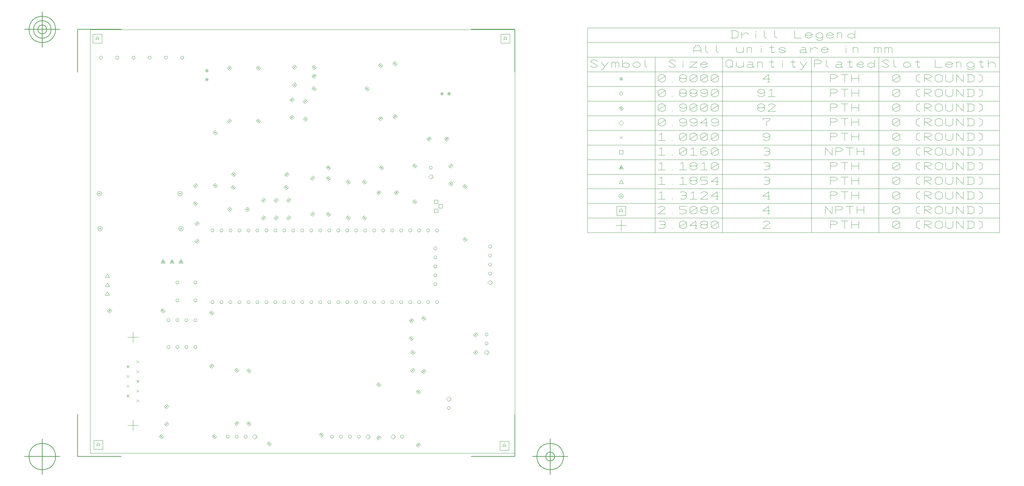
<source format=gbr>
G04 Generated by Ultiboard 13.0 *
%FSLAX34Y34*%
%MOMM*%

%ADD10C,0.0001*%
%ADD11C,0.1000*%
%ADD12C,0.0100*%
%ADD13C,0.0010*%
%ADD14C,0.1270*%


G04 ColorRGB 000000 for the following layer *
%LNDrill Symbols-Copper Top-Copper Bottom*%
%LPD*%
G54D11*
X407416Y231140D02*
X407416Y261620D01*
X392176Y246380D02*
X422656Y246380D01*
X392176Y-3556D02*
X422656Y-3556D01*
X407416Y-18796D02*
X407416Y11684D01*
X418104Y69576D02*
X425176Y62504D01*
X418104Y62504D02*
X425176Y69576D01*
X418104Y97262D02*
X425176Y90190D01*
X418104Y90190D02*
X425176Y97262D01*
X418104Y124948D02*
X425176Y117876D01*
X418104Y117876D02*
X425176Y124948D01*
X418104Y152634D02*
X425176Y145562D01*
X418104Y145562D02*
X425176Y152634D01*
X418104Y173248D02*
X425176Y180320D01*
X418104Y180320D02*
X425176Y173248D01*
X389656Y83419D02*
X396728Y76347D01*
X389656Y76347D02*
X396728Y83419D01*
X389656Y104033D02*
X396728Y111105D01*
X389656Y111105D02*
X396728Y104033D01*
X389656Y131719D02*
X396728Y138791D01*
X389656Y138791D02*
X396728Y131719D01*
X389656Y166477D02*
X396728Y159405D01*
X389656Y159405D02*
X396728Y166477D01*
X1259840Y599440D02*
X1270000Y599440D01*
X1270000Y609600D01*
X1259840Y609600D01*
X1259840Y599440D01*
X1272540Y612140D02*
X1282700Y612140D01*
X1282700Y622300D01*
X1272540Y622300D01*
X1272540Y612140D01*
X1259840Y624840D02*
X1270000Y624840D01*
X1270000Y635000D01*
X1259840Y635000D01*
X1259840Y624840D01*
X329353Y364913D02*
X341207Y364913D01*
X335280Y375031D01*
X329353Y364913D01*
X329353Y415713D02*
X341207Y415713D01*
X335280Y425831D01*
X329353Y415713D01*
X329353Y390313D02*
X341207Y390313D01*
X335280Y400431D01*
X329353Y390313D01*
X534561Y652883D02*
G75*
D01*
G02X534561Y652883I6562J0*
G01*
X538571Y651008D02*
X538571Y653821D01*
X540029Y655695D01*
X541488Y655695D01*
X542946Y653821D01*
X542946Y651008D01*
X538571Y652414D02*
X542946Y652414D01*
X305961Y652883D02*
G75*
D01*
G02X305961Y652883I6562J0*
G01*
X309971Y651008D02*
X309971Y653821D01*
X311429Y655695D01*
X312888Y655695D01*
X314346Y653821D01*
X314346Y651008D01*
X309971Y652414D02*
X314346Y652414D01*
X297340Y-70960D02*
X322420Y-70960D01*
X322420Y-45880D01*
X297340Y-45880D01*
X297340Y-70960D01*
X305003Y-62003D02*
X305003Y-56629D01*
X307790Y-53046D01*
X310577Y-53046D01*
X313363Y-56629D01*
X313363Y-62003D01*
X305003Y-59316D02*
X313363Y-59316D01*
X486855Y456375D02*
X498665Y456375D01*
X492760Y466455D01*
X486855Y456375D01*
X490464Y457640D02*
X490464Y460171D01*
X491776Y461858D01*
X493088Y461858D01*
X494400Y460171D01*
X494400Y457640D01*
X490464Y458906D02*
X494400Y458906D01*
X512255Y456375D02*
X524065Y456375D01*
X518160Y466455D01*
X512255Y456375D01*
X515864Y457640D02*
X515864Y460171D01*
X517176Y461858D01*
X518488Y461858D01*
X519800Y460171D01*
X519800Y457640D01*
X515864Y458906D02*
X519800Y458906D01*
X537655Y456375D02*
X549465Y456375D01*
X543560Y466455D01*
X537655Y456375D01*
X541264Y457640D02*
X541264Y460171D01*
X542576Y461858D01*
X543888Y461858D01*
X545200Y460171D01*
X545200Y457640D01*
X541264Y458906D02*
X545200Y458906D01*
X1445420Y-73500D02*
X1470500Y-73500D01*
X1470500Y-48420D01*
X1445420Y-48420D01*
X1445420Y-73500D01*
X1453083Y-64543D02*
X1453083Y-59169D01*
X1455870Y-55586D01*
X1458657Y-55586D01*
X1461443Y-59169D01*
X1461443Y-64543D01*
X1453083Y-61856D02*
X1461443Y-61856D01*
X1447960Y1079660D02*
X1473040Y1079660D01*
X1473040Y1104740D01*
X1447960Y1104740D01*
X1447960Y1079660D01*
X1455623Y1088617D02*
X1455623Y1093991D01*
X1458410Y1097574D01*
X1461197Y1097574D01*
X1463983Y1093991D01*
X1463983Y1088617D01*
X1455623Y1091304D02*
X1463983Y1091304D01*
X294800Y1079660D02*
X319880Y1079660D01*
X319880Y1104740D01*
X294800Y1104740D01*
X294800Y1079660D01*
X302463Y1088617D02*
X302463Y1093991D01*
X305250Y1097574D01*
X308037Y1097574D01*
X310823Y1093991D01*
X310823Y1088617D01*
X302463Y1091304D02*
X310823Y1091304D01*
X536998Y553720D02*
G75*
D01*
G02X536998Y553720I6562J0*
G01*
X541008Y551845D02*
X541008Y554657D01*
X542466Y556532D01*
X543925Y556532D01*
X545383Y554657D01*
X545383Y551845D01*
X541008Y553251D02*
X545383Y553251D01*
X308398Y553720D02*
G75*
D01*
G02X308398Y553720I6562J0*
G01*
X312408Y551845D02*
X312408Y554657D01*
X313866Y556532D01*
X315325Y556532D01*
X316783Y554657D01*
X316783Y551845D01*
X312408Y553251D02*
X316783Y553251D01*
X1772534Y563014D02*
X1803014Y563014D01*
X1787774Y547774D02*
X1787774Y578254D01*
X1895441Y573728D02*
X1898774Y575871D01*
X1905441Y575871D01*
X1912107Y571585D01*
X1912107Y567300D01*
X1908774Y565157D01*
X1912107Y563014D01*
X1912107Y558728D01*
X1905441Y554443D01*
X1898774Y554443D01*
X1895441Y556585D01*
X1898774Y565157D02*
X1908774Y565157D01*
X1932107Y554443D02*
X1932107Y556585D01*
X1952107Y571585D02*
X1958774Y575871D01*
X1965441Y575871D01*
X1972107Y571585D01*
X1972107Y558728D01*
X1965441Y554443D01*
X1958774Y554443D01*
X1952107Y558728D01*
X1952107Y571585D01*
X1972107Y571585D02*
X1952107Y558728D01*
X2002107Y563014D02*
X1982107Y563014D01*
X1998774Y575871D01*
X1998774Y554443D01*
X1995441Y554443D02*
X2002107Y554443D01*
X2025441Y554443D02*
X2018774Y554443D01*
X2012107Y558728D01*
X2012107Y563014D01*
X2015441Y565157D01*
X2012107Y567300D01*
X2012107Y571585D01*
X2018774Y575871D01*
X2025441Y575871D01*
X2032107Y571585D01*
X2032107Y567300D01*
X2028774Y565157D01*
X2032107Y563014D01*
X2032107Y558728D01*
X2025441Y554443D01*
X2015441Y565157D02*
X2028774Y565157D01*
X2042107Y571585D02*
X2048774Y575871D01*
X2055441Y575871D01*
X2062107Y571585D01*
X2062107Y558728D01*
X2055441Y554443D01*
X2048774Y554443D01*
X2042107Y558728D01*
X2042107Y571585D01*
X2062107Y571585D02*
X2042107Y558728D01*
X2188107Y571585D02*
X2194774Y575871D01*
X2201441Y575871D01*
X2208107Y571585D01*
X2208107Y569443D01*
X2188107Y554443D01*
X2208107Y554443D01*
X2208107Y556585D01*
X2379107Y554443D02*
X2379107Y575871D01*
X2392441Y575871D01*
X2399107Y571585D01*
X2399107Y569443D01*
X2392441Y565157D01*
X2379107Y565157D01*
X2419107Y554443D02*
X2419107Y575871D01*
X2409107Y575871D02*
X2429107Y575871D01*
X2439107Y554443D02*
X2439107Y575871D01*
X2459107Y554443D02*
X2459107Y575871D01*
X2439107Y565157D02*
X2459107Y565157D01*
X2555107Y571585D02*
X2561774Y575871D01*
X2568441Y575871D01*
X2575107Y571585D01*
X2575107Y558728D01*
X2568441Y554443D01*
X2561774Y554443D01*
X2555107Y558728D01*
X2555107Y571585D01*
X2575107Y571585D02*
X2555107Y558728D01*
X2631774Y554443D02*
X2628441Y554443D01*
X2621774Y558728D01*
X2621774Y571585D01*
X2628441Y575871D01*
X2631774Y575871D01*
X2645107Y554443D02*
X2645107Y575871D01*
X2658441Y575871D01*
X2665107Y571585D01*
X2665107Y569443D01*
X2658441Y565157D01*
X2645107Y565157D01*
X2648441Y565157D02*
X2665107Y554443D01*
X2675107Y558728D02*
X2681774Y554443D01*
X2688441Y554443D01*
X2695107Y558728D01*
X2695107Y571585D01*
X2688441Y575871D01*
X2681774Y575871D01*
X2675107Y571585D01*
X2675107Y558728D01*
X2705107Y575871D02*
X2705107Y558728D01*
X2711774Y554443D01*
X2718441Y554443D01*
X2725107Y558728D01*
X2725107Y575871D01*
X2735107Y554443D02*
X2735107Y575871D01*
X2755107Y554443D01*
X2755107Y575871D01*
X2765107Y554443D02*
X2778441Y554443D01*
X2785107Y558728D01*
X2785107Y571585D01*
X2778441Y575871D01*
X2765107Y575871D01*
X2768441Y575871D02*
X2768441Y554443D01*
X2798441Y575871D02*
X2801774Y575871D01*
X2808441Y571585D01*
X2808441Y558728D01*
X2801774Y554443D01*
X2798441Y554443D01*
X1782897Y600911D02*
X1782897Y606285D01*
X1785684Y609868D01*
X1788471Y609868D01*
X1791257Y606285D01*
X1791257Y600911D01*
X1782897Y603598D02*
X1791257Y603598D01*
X1775234Y591954D02*
X1800314Y591954D01*
X1800314Y617034D01*
X1775234Y617034D01*
X1775234Y591954D01*
X1892107Y613065D02*
X1898774Y617351D01*
X1905441Y617351D01*
X1912107Y613065D01*
X1912107Y610923D01*
X1892107Y595923D01*
X1912107Y595923D01*
X1912107Y598065D01*
X1932107Y595923D02*
X1932107Y598065D01*
X1972107Y617351D02*
X1952107Y617351D01*
X1952107Y608780D01*
X1965441Y608780D01*
X1972107Y604494D01*
X1972107Y600208D01*
X1965441Y595923D01*
X1952107Y595923D01*
X1982107Y613065D02*
X1988774Y617351D01*
X1995441Y617351D01*
X2002107Y613065D01*
X2002107Y600208D01*
X1995441Y595923D01*
X1988774Y595923D01*
X1982107Y600208D01*
X1982107Y613065D01*
X2002107Y613065D02*
X1982107Y600208D01*
X2025441Y595923D02*
X2018774Y595923D01*
X2012107Y600208D01*
X2012107Y604494D01*
X2015441Y606637D01*
X2012107Y608780D01*
X2012107Y613065D01*
X2018774Y617351D01*
X2025441Y617351D01*
X2032107Y613065D01*
X2032107Y608780D01*
X2028774Y606637D01*
X2032107Y604494D01*
X2032107Y600208D01*
X2025441Y595923D01*
X2015441Y606637D02*
X2028774Y606637D01*
X2042107Y613065D02*
X2048774Y617351D01*
X2055441Y617351D01*
X2062107Y613065D01*
X2062107Y600208D01*
X2055441Y595923D01*
X2048774Y595923D01*
X2042107Y600208D01*
X2042107Y613065D01*
X2062107Y613065D02*
X2042107Y600208D01*
X2208107Y604494D02*
X2188107Y604494D01*
X2204774Y617351D01*
X2204774Y595923D01*
X2201441Y595923D02*
X2208107Y595923D01*
X2364107Y595923D02*
X2364107Y617351D01*
X2384107Y595923D01*
X2384107Y617351D01*
X2394107Y595923D02*
X2394107Y617351D01*
X2407441Y617351D01*
X2414107Y613065D01*
X2414107Y610923D01*
X2407441Y606637D01*
X2394107Y606637D01*
X2434107Y595923D02*
X2434107Y617351D01*
X2424107Y617351D02*
X2444107Y617351D01*
X2454107Y595923D02*
X2454107Y617351D01*
X2474107Y595923D02*
X2474107Y617351D01*
X2454107Y606637D02*
X2474107Y606637D01*
X2555107Y613065D02*
X2561774Y617351D01*
X2568441Y617351D01*
X2575107Y613065D01*
X2575107Y600208D01*
X2568441Y595923D01*
X2561774Y595923D01*
X2555107Y600208D01*
X2555107Y613065D01*
X2575107Y613065D02*
X2555107Y600208D01*
X2631774Y595923D02*
X2628441Y595923D01*
X2621774Y600208D01*
X2621774Y613065D01*
X2628441Y617351D01*
X2631774Y617351D01*
X2645107Y595923D02*
X2645107Y617351D01*
X2658441Y617351D01*
X2665107Y613065D01*
X2665107Y610923D01*
X2658441Y606637D01*
X2645107Y606637D01*
X2648441Y606637D02*
X2665107Y595923D01*
X2675107Y600208D02*
X2681774Y595923D01*
X2688441Y595923D01*
X2695107Y600208D01*
X2695107Y613065D01*
X2688441Y617351D01*
X2681774Y617351D01*
X2675107Y613065D01*
X2675107Y600208D01*
X2705107Y617351D02*
X2705107Y600208D01*
X2711774Y595923D01*
X2718441Y595923D01*
X2725107Y600208D01*
X2725107Y617351D01*
X2735107Y595923D02*
X2735107Y617351D01*
X2755107Y595923D01*
X2755107Y617351D01*
X2765107Y595923D02*
X2778441Y595923D01*
X2785107Y600208D01*
X2785107Y613065D01*
X2778441Y617351D01*
X2765107Y617351D01*
X2768441Y617351D02*
X2768441Y595923D01*
X2798441Y617351D02*
X2801774Y617351D01*
X2808441Y613065D01*
X2808441Y600208D01*
X2801774Y595923D01*
X2798441Y595923D01*
X1781212Y645974D02*
G75*
D01*
G02X1781212Y645974I6562J0*
G01*
X1785222Y644099D02*
X1785222Y646911D01*
X1786680Y648786D01*
X1788139Y648786D01*
X1789597Y646911D01*
X1789597Y644099D01*
X1785222Y645505D02*
X1789597Y645505D01*
X1895441Y654545D02*
X1902107Y658831D01*
X1902107Y637403D01*
X1892107Y637403D02*
X1912107Y637403D01*
X1932107Y637403D02*
X1932107Y639545D01*
X1955441Y656688D02*
X1958774Y658831D01*
X1965441Y658831D01*
X1972107Y654545D01*
X1972107Y650260D01*
X1968774Y648117D01*
X1972107Y645974D01*
X1972107Y641688D01*
X1965441Y637403D01*
X1958774Y637403D01*
X1955441Y639545D01*
X1958774Y648117D02*
X1968774Y648117D01*
X1985441Y654545D02*
X1992107Y658831D01*
X1992107Y637403D01*
X1982107Y637403D02*
X2002107Y637403D01*
X2012107Y654545D02*
X2018774Y658831D01*
X2025441Y658831D01*
X2032107Y654545D01*
X2032107Y652403D01*
X2012107Y637403D01*
X2032107Y637403D01*
X2032107Y639545D01*
X2062107Y645974D02*
X2042107Y645974D01*
X2058774Y658831D01*
X2058774Y637403D01*
X2055441Y637403D02*
X2062107Y637403D01*
X2208107Y645974D02*
X2188107Y645974D01*
X2204774Y658831D01*
X2204774Y637403D01*
X2201441Y637403D02*
X2208107Y637403D01*
X2379107Y637403D02*
X2379107Y658831D01*
X2392441Y658831D01*
X2399107Y654545D01*
X2399107Y652403D01*
X2392441Y648117D01*
X2379107Y648117D01*
X2419107Y637403D02*
X2419107Y658831D01*
X2409107Y658831D02*
X2429107Y658831D01*
X2439107Y637403D02*
X2439107Y658831D01*
X2459107Y637403D02*
X2459107Y658831D01*
X2439107Y648117D02*
X2459107Y648117D01*
X2555107Y654545D02*
X2561774Y658831D01*
X2568441Y658831D01*
X2575107Y654545D01*
X2575107Y641688D01*
X2568441Y637403D01*
X2561774Y637403D01*
X2555107Y641688D01*
X2555107Y654545D01*
X2575107Y654545D02*
X2555107Y641688D01*
X2631774Y637403D02*
X2628441Y637403D01*
X2621774Y641688D01*
X2621774Y654545D01*
X2628441Y658831D01*
X2631774Y658831D01*
X2645107Y637403D02*
X2645107Y658831D01*
X2658441Y658831D01*
X2665107Y654545D01*
X2665107Y652403D01*
X2658441Y648117D01*
X2645107Y648117D01*
X2648441Y648117D02*
X2665107Y637403D01*
X2675107Y641688D02*
X2681774Y637403D01*
X2688441Y637403D01*
X2695107Y641688D01*
X2695107Y654545D01*
X2688441Y658831D01*
X2681774Y658831D01*
X2675107Y654545D01*
X2675107Y641688D01*
X2705107Y658831D02*
X2705107Y641688D01*
X2711774Y637403D01*
X2718441Y637403D01*
X2725107Y641688D01*
X2725107Y658831D01*
X2735107Y637403D02*
X2735107Y658831D01*
X2755107Y637403D01*
X2755107Y658831D01*
X2765107Y637403D02*
X2778441Y637403D01*
X2785107Y641688D01*
X2785107Y654545D01*
X2778441Y658831D01*
X2765107Y658831D01*
X2768441Y658831D02*
X2768441Y637403D01*
X2798441Y658831D02*
X2801774Y658831D01*
X2808441Y654545D01*
X2808441Y641688D01*
X2801774Y637403D01*
X2798441Y637403D01*
X1895441Y696025D02*
X1902107Y700311D01*
X1902107Y678883D01*
X1892107Y678883D02*
X1912107Y678883D01*
X1932107Y678883D02*
X1932107Y681025D01*
X1955441Y696025D02*
X1962107Y700311D01*
X1962107Y678883D01*
X1952107Y678883D02*
X1972107Y678883D01*
X1995441Y678883D02*
X1988774Y678883D01*
X1982107Y683168D01*
X1982107Y687454D01*
X1985441Y689597D01*
X1982107Y691740D01*
X1982107Y696025D01*
X1988774Y700311D01*
X1995441Y700311D01*
X2002107Y696025D01*
X2002107Y691740D01*
X1998774Y689597D01*
X2002107Y687454D01*
X2002107Y683168D01*
X1995441Y678883D01*
X1985441Y689597D02*
X1998774Y689597D01*
X2032107Y700311D02*
X2012107Y700311D01*
X2012107Y691740D01*
X2025441Y691740D01*
X2032107Y687454D01*
X2032107Y683168D01*
X2025441Y678883D01*
X2012107Y678883D01*
X2062107Y687454D02*
X2042107Y687454D01*
X2058774Y700311D01*
X2058774Y678883D01*
X2055441Y678883D02*
X2062107Y678883D01*
X2191441Y698168D02*
X2194774Y700311D01*
X2201441Y700311D01*
X2208107Y696025D01*
X2208107Y691740D01*
X2204774Y689597D01*
X2208107Y687454D01*
X2208107Y683168D01*
X2201441Y678883D01*
X2194774Y678883D01*
X2191441Y681025D01*
X2194774Y689597D02*
X2204774Y689597D01*
X2379107Y678883D02*
X2379107Y700311D01*
X2392441Y700311D01*
X2399107Y696025D01*
X2399107Y693883D01*
X2392441Y689597D01*
X2379107Y689597D01*
X2419107Y678883D02*
X2419107Y700311D01*
X2409107Y700311D02*
X2429107Y700311D01*
X2439107Y678883D02*
X2439107Y700311D01*
X2459107Y678883D02*
X2459107Y700311D01*
X2439107Y689597D02*
X2459107Y689597D01*
X2555107Y696025D02*
X2561774Y700311D01*
X2568441Y700311D01*
X2575107Y696025D01*
X2575107Y683168D01*
X2568441Y678883D01*
X2561774Y678883D01*
X2555107Y683168D01*
X2555107Y696025D01*
X2575107Y696025D02*
X2555107Y683168D01*
X2631774Y678883D02*
X2628441Y678883D01*
X2621774Y683168D01*
X2621774Y696025D01*
X2628441Y700311D01*
X2631774Y700311D01*
X2645107Y678883D02*
X2645107Y700311D01*
X2658441Y700311D01*
X2665107Y696025D01*
X2665107Y693883D01*
X2658441Y689597D01*
X2645107Y689597D01*
X2648441Y689597D02*
X2665107Y678883D01*
X2675107Y683168D02*
X2681774Y678883D01*
X2688441Y678883D01*
X2695107Y683168D01*
X2695107Y696025D01*
X2688441Y700311D01*
X2681774Y700311D01*
X2675107Y696025D01*
X2675107Y683168D01*
X2705107Y700311D02*
X2705107Y683168D01*
X2711774Y678883D01*
X2718441Y678883D01*
X2725107Y683168D01*
X2725107Y700311D01*
X2735107Y678883D02*
X2735107Y700311D01*
X2755107Y678883D01*
X2755107Y700311D01*
X2765107Y678883D02*
X2778441Y678883D01*
X2785107Y683168D01*
X2785107Y696025D01*
X2778441Y700311D01*
X2765107Y700311D01*
X2768441Y700311D02*
X2768441Y678883D01*
X2798441Y700311D02*
X2801774Y700311D01*
X2808441Y696025D01*
X2808441Y683168D01*
X2801774Y678883D01*
X2798441Y678883D01*
X1781847Y681527D02*
X1793701Y681527D01*
X1787774Y691645D01*
X1781847Y681527D01*
X1895441Y737505D02*
X1902107Y741791D01*
X1902107Y720363D01*
X1892107Y720363D02*
X1912107Y720363D01*
X1932107Y720363D02*
X1932107Y722505D01*
X1955441Y737505D02*
X1962107Y741791D01*
X1962107Y720363D01*
X1952107Y720363D02*
X1972107Y720363D01*
X1995441Y720363D02*
X1988774Y720363D01*
X1982107Y724648D01*
X1982107Y728934D01*
X1985441Y731077D01*
X1982107Y733220D01*
X1982107Y737505D01*
X1988774Y741791D01*
X1995441Y741791D01*
X2002107Y737505D01*
X2002107Y733220D01*
X1998774Y731077D01*
X2002107Y728934D01*
X2002107Y724648D01*
X1995441Y720363D01*
X1985441Y731077D02*
X1998774Y731077D01*
X2015441Y737505D02*
X2022107Y741791D01*
X2022107Y720363D01*
X2012107Y720363D02*
X2032107Y720363D01*
X2042107Y737505D02*
X2048774Y741791D01*
X2055441Y741791D01*
X2062107Y737505D01*
X2062107Y724648D01*
X2055441Y720363D01*
X2048774Y720363D01*
X2042107Y724648D01*
X2042107Y737505D01*
X2062107Y737505D02*
X2042107Y724648D01*
X2191441Y739648D02*
X2194774Y741791D01*
X2201441Y741791D01*
X2208107Y737505D01*
X2208107Y733220D01*
X2204774Y731077D01*
X2208107Y728934D01*
X2208107Y724648D01*
X2201441Y720363D01*
X2194774Y720363D01*
X2191441Y722505D01*
X2194774Y731077D02*
X2204774Y731077D01*
X2379107Y720363D02*
X2379107Y741791D01*
X2392441Y741791D01*
X2399107Y737505D01*
X2399107Y735363D01*
X2392441Y731077D01*
X2379107Y731077D01*
X2419107Y720363D02*
X2419107Y741791D01*
X2409107Y741791D02*
X2429107Y741791D01*
X2439107Y720363D02*
X2439107Y741791D01*
X2459107Y720363D02*
X2459107Y741791D01*
X2439107Y731077D02*
X2459107Y731077D01*
X2555107Y737505D02*
X2561774Y741791D01*
X2568441Y741791D01*
X2575107Y737505D01*
X2575107Y724648D01*
X2568441Y720363D01*
X2561774Y720363D01*
X2555107Y724648D01*
X2555107Y737505D01*
X2575107Y737505D02*
X2555107Y724648D01*
X2631774Y720363D02*
X2628441Y720363D01*
X2621774Y724648D01*
X2621774Y737505D01*
X2628441Y741791D01*
X2631774Y741791D01*
X2645107Y720363D02*
X2645107Y741791D01*
X2658441Y741791D01*
X2665107Y737505D01*
X2665107Y735363D01*
X2658441Y731077D01*
X2645107Y731077D01*
X2648441Y731077D02*
X2665107Y720363D01*
X2675107Y724648D02*
X2681774Y720363D01*
X2688441Y720363D01*
X2695107Y724648D01*
X2695107Y737505D01*
X2688441Y741791D01*
X2681774Y741791D01*
X2675107Y737505D01*
X2675107Y724648D01*
X2705107Y741791D02*
X2705107Y724648D01*
X2711774Y720363D01*
X2718441Y720363D01*
X2725107Y724648D01*
X2725107Y741791D01*
X2735107Y720363D02*
X2735107Y741791D01*
X2755107Y720363D01*
X2755107Y741791D01*
X2765107Y720363D02*
X2778441Y720363D01*
X2785107Y724648D01*
X2785107Y737505D01*
X2778441Y741791D01*
X2765107Y741791D01*
X2768441Y741791D02*
X2768441Y720363D01*
X2798441Y741791D02*
X2801774Y741791D01*
X2808441Y737505D01*
X2808441Y724648D01*
X2801774Y720363D01*
X2798441Y720363D01*
X1781869Y723029D02*
X1793679Y723029D01*
X1787774Y733109D01*
X1781869Y723029D01*
X1785478Y724294D02*
X1785478Y726825D01*
X1786790Y728512D01*
X1788102Y728512D01*
X1789414Y726825D01*
X1789414Y724294D01*
X1785478Y725560D02*
X1789414Y725560D01*
X1895441Y778985D02*
X1902107Y783271D01*
X1902107Y761843D01*
X1892107Y761843D02*
X1912107Y761843D01*
X1932107Y761843D02*
X1932107Y763985D01*
X1952107Y778985D02*
X1958774Y783271D01*
X1965441Y783271D01*
X1972107Y778985D01*
X1972107Y766128D01*
X1965441Y761843D01*
X1958774Y761843D01*
X1952107Y766128D01*
X1952107Y778985D01*
X1972107Y778985D02*
X1952107Y766128D01*
X1985441Y778985D02*
X1992107Y783271D01*
X1992107Y761843D01*
X1982107Y761843D02*
X2002107Y761843D01*
X2028774Y783271D02*
X2018774Y783271D01*
X2012107Y778985D01*
X2012107Y770414D01*
X2012107Y766128D01*
X2018774Y761843D01*
X2025441Y761843D01*
X2032107Y766128D01*
X2032107Y770414D01*
X2025441Y774700D01*
X2018774Y774700D01*
X2012107Y770414D01*
X2042107Y778985D02*
X2048774Y783271D01*
X2055441Y783271D01*
X2062107Y778985D01*
X2062107Y766128D01*
X2055441Y761843D01*
X2048774Y761843D01*
X2042107Y766128D01*
X2042107Y778985D01*
X2062107Y778985D02*
X2042107Y766128D01*
X2191441Y781128D02*
X2194774Y783271D01*
X2201441Y783271D01*
X2208107Y778985D01*
X2208107Y774700D01*
X2204774Y772557D01*
X2208107Y770414D01*
X2208107Y766128D01*
X2201441Y761843D01*
X2194774Y761843D01*
X2191441Y763985D01*
X2194774Y772557D02*
X2204774Y772557D01*
X2364107Y761843D02*
X2364107Y783271D01*
X2384107Y761843D01*
X2384107Y783271D01*
X2394107Y761843D02*
X2394107Y783271D01*
X2407441Y783271D01*
X2414107Y778985D01*
X2414107Y776843D01*
X2407441Y772557D01*
X2394107Y772557D01*
X2434107Y761843D02*
X2434107Y783271D01*
X2424107Y783271D02*
X2444107Y783271D01*
X2454107Y761843D02*
X2454107Y783271D01*
X2474107Y761843D02*
X2474107Y783271D01*
X2454107Y772557D02*
X2474107Y772557D01*
X2555107Y778985D02*
X2561774Y783271D01*
X2568441Y783271D01*
X2575107Y778985D01*
X2575107Y766128D01*
X2568441Y761843D01*
X2561774Y761843D01*
X2555107Y766128D01*
X2555107Y778985D01*
X2575107Y778985D02*
X2555107Y766128D01*
X2631774Y761843D02*
X2628441Y761843D01*
X2621774Y766128D01*
X2621774Y778985D01*
X2628441Y783271D01*
X2631774Y783271D01*
X2645107Y761843D02*
X2645107Y783271D01*
X2658441Y783271D01*
X2665107Y778985D01*
X2665107Y776843D01*
X2658441Y772557D01*
X2645107Y772557D01*
X2648441Y772557D02*
X2665107Y761843D01*
X2675107Y766128D02*
X2681774Y761843D01*
X2688441Y761843D01*
X2695107Y766128D01*
X2695107Y778985D01*
X2688441Y783271D01*
X2681774Y783271D01*
X2675107Y778985D01*
X2675107Y766128D01*
X2705107Y783271D02*
X2705107Y766128D01*
X2711774Y761843D01*
X2718441Y761843D01*
X2725107Y766128D01*
X2725107Y783271D01*
X2735107Y761843D02*
X2735107Y783271D01*
X2755107Y761843D01*
X2755107Y783271D01*
X2765107Y761843D02*
X2778441Y761843D01*
X2785107Y766128D01*
X2785107Y778985D01*
X2778441Y783271D01*
X2765107Y783271D01*
X2768441Y783271D02*
X2768441Y761843D01*
X2798441Y783271D02*
X2801774Y783271D01*
X2808441Y778985D01*
X2808441Y766128D01*
X2801774Y761843D01*
X2798441Y761843D01*
X1782694Y765334D02*
X1792854Y765334D01*
X1792854Y775494D01*
X1782694Y775494D01*
X1782694Y765334D01*
X1895441Y820465D02*
X1902107Y824751D01*
X1902107Y803323D01*
X1892107Y803323D02*
X1912107Y803323D01*
X1932107Y803323D02*
X1932107Y805465D01*
X1952107Y820465D02*
X1958774Y824751D01*
X1965441Y824751D01*
X1972107Y820465D01*
X1972107Y807608D01*
X1965441Y803323D01*
X1958774Y803323D01*
X1952107Y807608D01*
X1952107Y820465D01*
X1972107Y820465D02*
X1952107Y807608D01*
X1982107Y820465D02*
X1988774Y824751D01*
X1995441Y824751D01*
X2002107Y820465D01*
X2002107Y807608D01*
X1995441Y803323D01*
X1988774Y803323D01*
X1982107Y807608D01*
X1982107Y820465D01*
X2002107Y820465D02*
X1982107Y807608D01*
X2012107Y820465D02*
X2018774Y824751D01*
X2025441Y824751D01*
X2032107Y820465D01*
X2032107Y807608D01*
X2025441Y803323D01*
X2018774Y803323D01*
X2012107Y807608D01*
X2012107Y820465D01*
X2032107Y820465D02*
X2012107Y807608D01*
X2042107Y820465D02*
X2048774Y824751D01*
X2055441Y824751D01*
X2062107Y820465D01*
X2062107Y807608D01*
X2055441Y803323D01*
X2048774Y803323D01*
X2042107Y807608D01*
X2042107Y820465D01*
X2062107Y820465D02*
X2042107Y807608D01*
X2188107Y807608D02*
X2194774Y803323D01*
X2201441Y803323D01*
X2208107Y807608D01*
X2208107Y816180D01*
X2208107Y820465D01*
X2201441Y824751D01*
X2194774Y824751D01*
X2188107Y820465D01*
X2188107Y816180D01*
X2194774Y811894D01*
X2201441Y811894D01*
X2208107Y816180D01*
X2379107Y803323D02*
X2379107Y824751D01*
X2392441Y824751D01*
X2399107Y820465D01*
X2399107Y818323D01*
X2392441Y814037D01*
X2379107Y814037D01*
X2419107Y803323D02*
X2419107Y824751D01*
X2409107Y824751D02*
X2429107Y824751D01*
X2439107Y803323D02*
X2439107Y824751D01*
X2459107Y803323D02*
X2459107Y824751D01*
X2439107Y814037D02*
X2459107Y814037D01*
X2555107Y820465D02*
X2561774Y824751D01*
X2568441Y824751D01*
X2575107Y820465D01*
X2575107Y807608D01*
X2568441Y803323D01*
X2561774Y803323D01*
X2555107Y807608D01*
X2555107Y820465D01*
X2575107Y820465D02*
X2555107Y807608D01*
X2631774Y803323D02*
X2628441Y803323D01*
X2621774Y807608D01*
X2621774Y820465D01*
X2628441Y824751D01*
X2631774Y824751D01*
X2645107Y803323D02*
X2645107Y824751D01*
X2658441Y824751D01*
X2665107Y820465D01*
X2665107Y818323D01*
X2658441Y814037D01*
X2645107Y814037D01*
X2648441Y814037D02*
X2665107Y803323D01*
X2675107Y807608D02*
X2681774Y803323D01*
X2688441Y803323D01*
X2695107Y807608D01*
X2695107Y820465D01*
X2688441Y824751D01*
X2681774Y824751D01*
X2675107Y820465D01*
X2675107Y807608D01*
X2705107Y824751D02*
X2705107Y807608D01*
X2711774Y803323D01*
X2718441Y803323D01*
X2725107Y807608D01*
X2725107Y824751D01*
X2735107Y803323D02*
X2735107Y824751D01*
X2755107Y803323D01*
X2755107Y824751D01*
X2765107Y803323D02*
X2778441Y803323D01*
X2785107Y807608D01*
X2785107Y820465D01*
X2778441Y824751D01*
X2765107Y824751D01*
X2768441Y824751D02*
X2768441Y803323D01*
X2798441Y824751D02*
X2801774Y824751D01*
X2808441Y820465D01*
X2808441Y807608D01*
X2801774Y803323D01*
X2798441Y803323D01*
X1784238Y808358D02*
X1791310Y815430D01*
X1784238Y815430D02*
X1791310Y808358D01*
X1892107Y861945D02*
X1898774Y866231D01*
X1905441Y866231D01*
X1912107Y861945D01*
X1912107Y849088D01*
X1905441Y844803D01*
X1898774Y844803D01*
X1892107Y849088D01*
X1892107Y861945D01*
X1912107Y861945D02*
X1892107Y849088D01*
X1932107Y844803D02*
X1932107Y846945D01*
X1952107Y849088D02*
X1958774Y844803D01*
X1965441Y844803D01*
X1972107Y849088D01*
X1972107Y857660D01*
X1972107Y861945D01*
X1965441Y866231D01*
X1958774Y866231D01*
X1952107Y861945D01*
X1952107Y857660D01*
X1958774Y853374D01*
X1965441Y853374D01*
X1972107Y857660D01*
X1982107Y849088D02*
X1988774Y844803D01*
X1995441Y844803D01*
X2002107Y849088D01*
X2002107Y857660D01*
X2002107Y861945D01*
X1995441Y866231D01*
X1988774Y866231D01*
X1982107Y861945D01*
X1982107Y857660D01*
X1988774Y853374D01*
X1995441Y853374D01*
X2002107Y857660D01*
X2032107Y853374D02*
X2012107Y853374D01*
X2028774Y866231D01*
X2028774Y844803D01*
X2025441Y844803D02*
X2032107Y844803D01*
X2042107Y849088D02*
X2048774Y844803D01*
X2055441Y844803D01*
X2062107Y849088D01*
X2062107Y857660D01*
X2062107Y861945D01*
X2055441Y866231D01*
X2048774Y866231D01*
X2042107Y861945D01*
X2042107Y857660D01*
X2048774Y853374D01*
X2055441Y853374D01*
X2062107Y857660D01*
X2198107Y844803D02*
X2198107Y855517D01*
X2208107Y861945D01*
X2208107Y866231D01*
X2188107Y866231D01*
X2188107Y861945D01*
X2379107Y844803D02*
X2379107Y866231D01*
X2392441Y866231D01*
X2399107Y861945D01*
X2399107Y859803D01*
X2392441Y855517D01*
X2379107Y855517D01*
X2419107Y844803D02*
X2419107Y866231D01*
X2409107Y866231D02*
X2429107Y866231D01*
X2439107Y844803D02*
X2439107Y866231D01*
X2459107Y844803D02*
X2459107Y866231D01*
X2439107Y855517D02*
X2459107Y855517D01*
X2555107Y861945D02*
X2561774Y866231D01*
X2568441Y866231D01*
X2575107Y861945D01*
X2575107Y849088D01*
X2568441Y844803D01*
X2561774Y844803D01*
X2555107Y849088D01*
X2555107Y861945D01*
X2575107Y861945D02*
X2555107Y849088D01*
X2631774Y844803D02*
X2628441Y844803D01*
X2621774Y849088D01*
X2621774Y861945D01*
X2628441Y866231D01*
X2631774Y866231D01*
X2645107Y844803D02*
X2645107Y866231D01*
X2658441Y866231D01*
X2665107Y861945D01*
X2665107Y859803D01*
X2658441Y855517D01*
X2645107Y855517D01*
X2648441Y855517D02*
X2665107Y844803D01*
X2675107Y849088D02*
X2681774Y844803D01*
X2688441Y844803D01*
X2695107Y849088D01*
X2695107Y861945D01*
X2688441Y866231D01*
X2681774Y866231D01*
X2675107Y861945D01*
X2675107Y849088D01*
X2705107Y866231D02*
X2705107Y849088D01*
X2711774Y844803D01*
X2718441Y844803D01*
X2725107Y849088D01*
X2725107Y866231D01*
X2735107Y844803D02*
X2735107Y866231D01*
X2755107Y844803D01*
X2755107Y866231D01*
X2765107Y844803D02*
X2778441Y844803D01*
X2785107Y849088D01*
X2785107Y861945D01*
X2778441Y866231D01*
X2765107Y866231D01*
X2768441Y866231D02*
X2768441Y844803D01*
X2798441Y866231D02*
X2801774Y866231D01*
X2808441Y861945D01*
X2808441Y849088D01*
X2801774Y844803D01*
X2798441Y844803D01*
X1892107Y903425D02*
X1898774Y907711D01*
X1905441Y907711D01*
X1912107Y903425D01*
X1912107Y890568D01*
X1905441Y886283D01*
X1898774Y886283D01*
X1892107Y890568D01*
X1892107Y903425D01*
X1912107Y903425D02*
X1892107Y890568D01*
X1932107Y886283D02*
X1932107Y888425D01*
X1952107Y890568D02*
X1958774Y886283D01*
X1965441Y886283D01*
X1972107Y890568D01*
X1972107Y899140D01*
X1972107Y903425D01*
X1965441Y907711D01*
X1958774Y907711D01*
X1952107Y903425D01*
X1952107Y899140D01*
X1958774Y894854D01*
X1965441Y894854D01*
X1972107Y899140D01*
X1982107Y903425D02*
X1988774Y907711D01*
X1995441Y907711D01*
X2002107Y903425D01*
X2002107Y890568D01*
X1995441Y886283D01*
X1988774Y886283D01*
X1982107Y890568D01*
X1982107Y903425D01*
X2002107Y903425D02*
X1982107Y890568D01*
X2012107Y903425D02*
X2018774Y907711D01*
X2025441Y907711D01*
X2032107Y903425D01*
X2032107Y890568D01*
X2025441Y886283D01*
X2018774Y886283D01*
X2012107Y890568D01*
X2012107Y903425D01*
X2032107Y903425D02*
X2012107Y890568D01*
X2042107Y903425D02*
X2048774Y907711D01*
X2055441Y907711D01*
X2062107Y903425D01*
X2062107Y890568D01*
X2055441Y886283D01*
X2048774Y886283D01*
X2042107Y890568D01*
X2042107Y903425D01*
X2062107Y903425D02*
X2042107Y890568D01*
X2186441Y886283D02*
X2179774Y886283D01*
X2173107Y890568D01*
X2173107Y894854D01*
X2176441Y896997D01*
X2173107Y899140D01*
X2173107Y903425D01*
X2179774Y907711D01*
X2186441Y907711D01*
X2193107Y903425D01*
X2193107Y899140D01*
X2189774Y896997D01*
X2193107Y894854D01*
X2193107Y890568D01*
X2186441Y886283D01*
X2176441Y896997D02*
X2189774Y896997D01*
X2203107Y903425D02*
X2209774Y907711D01*
X2216441Y907711D01*
X2223107Y903425D01*
X2223107Y901283D01*
X2203107Y886283D01*
X2223107Y886283D01*
X2223107Y888425D01*
X2379107Y886283D02*
X2379107Y907711D01*
X2392441Y907711D01*
X2399107Y903425D01*
X2399107Y901283D01*
X2392441Y896997D01*
X2379107Y896997D01*
X2419107Y886283D02*
X2419107Y907711D01*
X2409107Y907711D02*
X2429107Y907711D01*
X2439107Y886283D02*
X2439107Y907711D01*
X2459107Y886283D02*
X2459107Y907711D01*
X2439107Y896997D02*
X2459107Y896997D01*
X2555107Y903425D02*
X2561774Y907711D01*
X2568441Y907711D01*
X2575107Y903425D01*
X2575107Y890568D01*
X2568441Y886283D01*
X2561774Y886283D01*
X2555107Y890568D01*
X2555107Y903425D01*
X2575107Y903425D02*
X2555107Y890568D01*
X2631774Y886283D02*
X2628441Y886283D01*
X2621774Y890568D01*
X2621774Y903425D01*
X2628441Y907711D01*
X2631774Y907711D01*
X2645107Y886283D02*
X2645107Y907711D01*
X2658441Y907711D01*
X2665107Y903425D01*
X2665107Y901283D01*
X2658441Y896997D01*
X2645107Y896997D01*
X2648441Y896997D02*
X2665107Y886283D01*
X2675107Y890568D02*
X2681774Y886283D01*
X2688441Y886283D01*
X2695107Y890568D01*
X2695107Y903425D01*
X2688441Y907711D01*
X2681774Y907711D01*
X2675107Y903425D01*
X2675107Y890568D01*
X2705107Y907711D02*
X2705107Y890568D01*
X2711774Y886283D01*
X2718441Y886283D01*
X2725107Y890568D01*
X2725107Y907711D01*
X2735107Y886283D02*
X2735107Y907711D01*
X2755107Y886283D01*
X2755107Y907711D01*
X2765107Y886283D02*
X2778441Y886283D01*
X2785107Y890568D01*
X2785107Y903425D01*
X2778441Y907711D01*
X2765107Y907711D01*
X2768441Y907711D02*
X2768441Y886283D01*
X2798441Y907711D02*
X2801774Y907711D01*
X2808441Y903425D01*
X2808441Y890568D01*
X2801774Y886283D01*
X2798441Y886283D01*
X1892107Y944905D02*
X1898774Y949191D01*
X1905441Y949191D01*
X1912107Y944905D01*
X1912107Y932048D01*
X1905441Y927763D01*
X1898774Y927763D01*
X1892107Y932048D01*
X1892107Y944905D01*
X1912107Y944905D02*
X1892107Y932048D01*
X1932107Y927763D02*
X1932107Y929905D01*
X1965441Y927763D02*
X1958774Y927763D01*
X1952107Y932048D01*
X1952107Y936334D01*
X1955441Y938477D01*
X1952107Y940620D01*
X1952107Y944905D01*
X1958774Y949191D01*
X1965441Y949191D01*
X1972107Y944905D01*
X1972107Y940620D01*
X1968774Y938477D01*
X1972107Y936334D01*
X1972107Y932048D01*
X1965441Y927763D01*
X1955441Y938477D02*
X1968774Y938477D01*
X1995441Y927763D02*
X1988774Y927763D01*
X1982107Y932048D01*
X1982107Y936334D01*
X1985441Y938477D01*
X1982107Y940620D01*
X1982107Y944905D01*
X1988774Y949191D01*
X1995441Y949191D01*
X2002107Y944905D01*
X2002107Y940620D01*
X1998774Y938477D01*
X2002107Y936334D01*
X2002107Y932048D01*
X1995441Y927763D01*
X1985441Y938477D02*
X1998774Y938477D01*
X2012107Y932048D02*
X2018774Y927763D01*
X2025441Y927763D01*
X2032107Y932048D01*
X2032107Y940620D01*
X2032107Y944905D01*
X2025441Y949191D01*
X2018774Y949191D01*
X2012107Y944905D01*
X2012107Y940620D01*
X2018774Y936334D01*
X2025441Y936334D01*
X2032107Y940620D01*
X2042107Y944905D02*
X2048774Y949191D01*
X2055441Y949191D01*
X2062107Y944905D01*
X2062107Y932048D01*
X2055441Y927763D01*
X2048774Y927763D01*
X2042107Y932048D01*
X2042107Y944905D01*
X2062107Y944905D02*
X2042107Y932048D01*
X2173107Y932048D02*
X2179774Y927763D01*
X2186441Y927763D01*
X2193107Y932048D01*
X2193107Y940620D01*
X2193107Y944905D01*
X2186441Y949191D01*
X2179774Y949191D01*
X2173107Y944905D01*
X2173107Y940620D01*
X2179774Y936334D01*
X2186441Y936334D01*
X2193107Y940620D01*
X2206441Y944905D02*
X2213107Y949191D01*
X2213107Y927763D01*
X2203107Y927763D02*
X2223107Y927763D01*
X2379107Y927763D02*
X2379107Y949191D01*
X2392441Y949191D01*
X2399107Y944905D01*
X2399107Y942763D01*
X2392441Y938477D01*
X2379107Y938477D01*
X2419107Y927763D02*
X2419107Y949191D01*
X2409107Y949191D02*
X2429107Y949191D01*
X2439107Y927763D02*
X2439107Y949191D01*
X2459107Y927763D02*
X2459107Y949191D01*
X2439107Y938477D02*
X2459107Y938477D01*
X2555107Y944905D02*
X2561774Y949191D01*
X2568441Y949191D01*
X2575107Y944905D01*
X2575107Y932048D01*
X2568441Y927763D01*
X2561774Y927763D01*
X2555107Y932048D01*
X2555107Y944905D01*
X2575107Y944905D02*
X2555107Y932048D01*
X2631774Y927763D02*
X2628441Y927763D01*
X2621774Y932048D01*
X2621774Y944905D01*
X2628441Y949191D01*
X2631774Y949191D01*
X2645107Y927763D02*
X2645107Y949191D01*
X2658441Y949191D01*
X2665107Y944905D01*
X2665107Y942763D01*
X2658441Y938477D01*
X2645107Y938477D01*
X2648441Y938477D02*
X2665107Y927763D01*
X2675107Y932048D02*
X2681774Y927763D01*
X2688441Y927763D01*
X2695107Y932048D01*
X2695107Y944905D01*
X2688441Y949191D01*
X2681774Y949191D01*
X2675107Y944905D01*
X2675107Y932048D01*
X2705107Y949191D02*
X2705107Y932048D01*
X2711774Y927763D01*
X2718441Y927763D01*
X2725107Y932048D01*
X2725107Y949191D01*
X2735107Y927763D02*
X2735107Y949191D01*
X2755107Y927763D01*
X2755107Y949191D01*
X2765107Y927763D02*
X2778441Y927763D01*
X2785107Y932048D01*
X2785107Y944905D01*
X2778441Y949191D01*
X2765107Y949191D01*
X2768441Y949191D02*
X2768441Y927763D01*
X2798441Y949191D02*
X2801774Y949191D01*
X2808441Y944905D01*
X2808441Y932048D01*
X2801774Y927763D01*
X2798441Y927763D01*
X1892107Y986385D02*
X1898774Y990671D01*
X1905441Y990671D01*
X1912107Y986385D01*
X1912107Y973528D01*
X1905441Y969243D01*
X1898774Y969243D01*
X1892107Y973528D01*
X1892107Y986385D01*
X1912107Y986385D02*
X1892107Y973528D01*
X1932107Y969243D02*
X1932107Y971385D01*
X1965441Y969243D02*
X1958774Y969243D01*
X1952107Y973528D01*
X1952107Y977814D01*
X1955441Y979957D01*
X1952107Y982100D01*
X1952107Y986385D01*
X1958774Y990671D01*
X1965441Y990671D01*
X1972107Y986385D01*
X1972107Y982100D01*
X1968774Y979957D01*
X1972107Y977814D01*
X1972107Y973528D01*
X1965441Y969243D01*
X1955441Y979957D02*
X1968774Y979957D01*
X1982107Y986385D02*
X1988774Y990671D01*
X1995441Y990671D01*
X2002107Y986385D01*
X2002107Y973528D01*
X1995441Y969243D01*
X1988774Y969243D01*
X1982107Y973528D01*
X1982107Y986385D01*
X2002107Y986385D02*
X1982107Y973528D01*
X2012107Y986385D02*
X2018774Y990671D01*
X2025441Y990671D01*
X2032107Y986385D01*
X2032107Y973528D01*
X2025441Y969243D01*
X2018774Y969243D01*
X2012107Y973528D01*
X2012107Y986385D01*
X2032107Y986385D02*
X2012107Y973528D01*
X2042107Y986385D02*
X2048774Y990671D01*
X2055441Y990671D01*
X2062107Y986385D01*
X2062107Y973528D01*
X2055441Y969243D01*
X2048774Y969243D01*
X2042107Y973528D01*
X2042107Y986385D01*
X2062107Y986385D02*
X2042107Y973528D01*
X2208107Y977814D02*
X2188107Y977814D01*
X2204774Y990671D01*
X2204774Y969243D01*
X2201441Y969243D02*
X2208107Y969243D01*
X2379107Y969243D02*
X2379107Y990671D01*
X2392441Y990671D01*
X2399107Y986385D01*
X2399107Y984243D01*
X2392441Y979957D01*
X2379107Y979957D01*
X2419107Y969243D02*
X2419107Y990671D01*
X2409107Y990671D02*
X2429107Y990671D01*
X2439107Y969243D02*
X2439107Y990671D01*
X2459107Y969243D02*
X2459107Y990671D01*
X2439107Y979957D02*
X2459107Y979957D01*
X2555107Y986385D02*
X2561774Y990671D01*
X2568441Y990671D01*
X2575107Y986385D01*
X2575107Y973528D01*
X2568441Y969243D01*
X2561774Y969243D01*
X2555107Y973528D01*
X2555107Y986385D01*
X2575107Y986385D02*
X2555107Y973528D01*
X2631774Y969243D02*
X2628441Y969243D01*
X2621774Y973528D01*
X2621774Y986385D01*
X2628441Y990671D01*
X2631774Y990671D01*
X2645107Y969243D02*
X2645107Y990671D01*
X2658441Y990671D01*
X2665107Y986385D01*
X2665107Y984243D01*
X2658441Y979957D01*
X2645107Y979957D01*
X2648441Y979957D02*
X2665107Y969243D01*
X2675107Y973528D02*
X2681774Y969243D01*
X2688441Y969243D01*
X2695107Y973528D01*
X2695107Y986385D01*
X2688441Y990671D01*
X2681774Y990671D01*
X2675107Y986385D01*
X2675107Y973528D01*
X2705107Y990671D02*
X2705107Y973528D01*
X2711774Y969243D01*
X2718441Y969243D01*
X2725107Y973528D01*
X2725107Y990671D01*
X2735107Y969243D02*
X2735107Y990671D01*
X2755107Y969243D01*
X2755107Y990671D01*
X2765107Y969243D02*
X2778441Y969243D01*
X2785107Y973528D01*
X2785107Y986385D01*
X2778441Y990671D01*
X2765107Y990671D01*
X2768441Y990671D02*
X2768441Y969243D01*
X2798441Y990671D02*
X2801774Y990671D01*
X2808441Y986385D01*
X2808441Y973528D01*
X2801774Y969243D01*
X2798441Y969243D01*
G54D12*
X628015Y548640D02*
G75*
D01*
G02X628015Y548640I4445J0*
G01*
X653415Y548640D02*
G75*
D01*
G02X653415Y548640I4445J0*
G01*
X678815Y548640D02*
G75*
D01*
G02X678815Y548640I4445J0*
G01*
X704215Y548640D02*
G75*
D01*
G02X704215Y548640I4445J0*
G01*
X729615Y548640D02*
G75*
D01*
G02X729615Y548640I4445J0*
G01*
X755015Y548640D02*
G75*
D01*
G02X755015Y548640I4445J0*
G01*
X780415Y548640D02*
G75*
D01*
G02X780415Y548640I4445J0*
G01*
X805815Y548640D02*
G75*
D01*
G02X805815Y548640I4445J0*
G01*
X831215Y548640D02*
G75*
D01*
G02X831215Y548640I4445J0*
G01*
X856615Y548640D02*
G75*
D01*
G02X856615Y548640I4445J0*
G01*
X882015Y548640D02*
G75*
D01*
G02X882015Y548640I4445J0*
G01*
X907415Y548640D02*
G75*
D01*
G02X907415Y548640I4445J0*
G01*
X932815Y548640D02*
G75*
D01*
G02X932815Y548640I4445J0*
G01*
X958215Y548640D02*
G75*
D01*
G02X958215Y548640I4445J0*
G01*
X983615Y548640D02*
G75*
D01*
G02X983615Y548640I4445J0*
G01*
X1009015Y548640D02*
G75*
D01*
G02X1009015Y548640I4445J0*
G01*
X1034415Y548640D02*
G75*
D01*
G02X1034415Y548640I4445J0*
G01*
X1059815Y548640D02*
G75*
D01*
G02X1059815Y548640I4445J0*
G01*
X1085215Y548640D02*
G75*
D01*
G02X1085215Y548640I4445J0*
G01*
X1110615Y548640D02*
G75*
D01*
G02X1110615Y548640I4445J0*
G01*
X1136015Y548640D02*
G75*
D01*
G02X1136015Y548640I4445J0*
G01*
X1161415Y548640D02*
G75*
D01*
G02X1161415Y548640I4445J0*
G01*
X1186815Y548640D02*
G75*
D01*
G02X1186815Y548640I4445J0*
G01*
X1237615Y548640D02*
G75*
D01*
G02X1237615Y548640I4445J0*
G01*
X1257935Y497840D02*
G75*
D01*
G02X1257935Y497840I4445J0*
G01*
X1257935Y472440D02*
G75*
D01*
G02X1257935Y472440I4445J0*
G01*
X1257935Y447040D02*
G75*
D01*
G02X1257935Y447040I4445J0*
G01*
X1257935Y421640D02*
G75*
D01*
G02X1257935Y421640I4445J0*
G01*
X628015Y345440D02*
G75*
D01*
G02X628015Y345440I4445J0*
G01*
X653415Y345440D02*
G75*
D01*
G02X653415Y345440I4445J0*
G01*
X678815Y345440D02*
G75*
D01*
G02X678815Y345440I4445J0*
G01*
X704215Y345440D02*
G75*
D01*
G02X704215Y345440I4445J0*
G01*
X729615Y345440D02*
G75*
D01*
G02X729615Y345440I4445J0*
G01*
X755015Y345440D02*
G75*
D01*
G02X755015Y345440I4445J0*
G01*
X780415Y345440D02*
G75*
D01*
G02X780415Y345440I4445J0*
G01*
X805815Y345440D02*
G75*
D01*
G02X805815Y345440I4445J0*
G01*
X831215Y345440D02*
G75*
D01*
G02X831215Y345440I4445J0*
G01*
X856615Y345440D02*
G75*
D01*
G02X856615Y345440I4445J0*
G01*
X882015Y345440D02*
G75*
D01*
G02X882015Y345440I4445J0*
G01*
X907415Y345440D02*
G75*
D01*
G02X907415Y345440I4445J0*
G01*
X932815Y345440D02*
G75*
D01*
G02X932815Y345440I4445J0*
G01*
X958215Y345440D02*
G75*
D01*
G02X958215Y345440I4445J0*
G01*
X983615Y345440D02*
G75*
D01*
G02X983615Y345440I4445J0*
G01*
X1009015Y345440D02*
G75*
D01*
G02X1009015Y345440I4445J0*
G01*
X1034415Y345440D02*
G75*
D01*
G02X1034415Y345440I4445J0*
G01*
X1059815Y345440D02*
G75*
D01*
G02X1059815Y345440I4445J0*
G01*
X1085215Y345440D02*
G75*
D01*
G02X1085215Y345440I4445J0*
G01*
X1110615Y345440D02*
G75*
D01*
G02X1110615Y345440I4445J0*
G01*
X1136015Y345440D02*
G75*
D01*
G02X1136015Y345440I4445J0*
G01*
X1161415Y345440D02*
G75*
D01*
G02X1161415Y345440I4445J0*
G01*
X1186815Y345440D02*
G75*
D01*
G02X1186815Y345440I4445J0*
G01*
X1257935Y396240D02*
G75*
D01*
G02X1257935Y396240I4445J0*
G01*
X1212215Y345440D02*
G75*
D01*
G02X1212215Y345440I4445J0*
G01*
X1237615Y345440D02*
G75*
D01*
G02X1237615Y345440I4445J0*
G01*
X1263015Y345440D02*
G75*
D01*
G02X1263015Y345440I4445J0*
G01*
X1263015Y548640D02*
G75*
D01*
G02X1263015Y548640I4445J0*
G01*
X1212215Y548640D02*
G75*
D01*
G02X1212215Y548640I4445J0*
G01*
X579755Y350520D02*
G75*
D01*
G02X579755Y350520I4445J0*
G01*
X579755Y401320D02*
G75*
D01*
G02X579755Y401320I4445J0*
G01*
X528955Y350520D02*
G75*
D01*
G02X528955Y350520I4445J0*
G01*
X528955Y401320D02*
G75*
D01*
G02X528955Y401320I4445J0*
G01*
X696595Y-35560D02*
G75*
D01*
G02X696595Y-35560I4445J0*
G01*
X721995Y-35560D02*
G75*
D01*
G02X721995Y-35560I4445J0*
G01*
X751840Y-42595D02*
X758875Y-35560D01*
X751840Y-28525D01*
X744805Y-35560D01*
X751840Y-42595D01*
X671195Y-35560D02*
G75*
D01*
G02X671195Y-35560I4445J0*
G01*
X1042035Y-35560D02*
G75*
D01*
G02X1042035Y-35560I4445J0*
G01*
X1071880Y-42595D02*
X1078915Y-35560D01*
X1071880Y-28525D01*
X1064845Y-35560D01*
X1071880Y-42595D01*
X1016635Y-35560D02*
G75*
D01*
G02X1016635Y-35560I4445J0*
G01*
X965835Y-35560D02*
G75*
D01*
G02X965835Y-35560I4445J0*
G01*
X991235Y-35560D02*
G75*
D01*
G02X991235Y-35560I4445J0*
G01*
X1143000Y-42595D02*
X1150035Y-35560D01*
X1143000Y-28525D01*
X1135965Y-35560D01*
X1143000Y-42595D01*
X1163955Y-35560D02*
G75*
D01*
G02X1163955Y-35560I4445J0*
G01*
X1300480Y64085D02*
X1307515Y71120D01*
X1300480Y78155D01*
X1293445Y71120D01*
X1300480Y64085D01*
X1296035Y45720D02*
G75*
D01*
G02X1296035Y45720I4445J0*
G01*
X1249680Y694005D02*
X1256715Y701040D01*
X1249680Y708075D01*
X1242645Y701040D01*
X1249680Y694005D01*
X1245235Y726440D02*
G75*
D01*
G02X1245235Y726440I4445J0*
G01*
X588780Y561796D02*
X595144Y568160D01*
X588780Y574524D01*
X582416Y568160D01*
X588780Y561796D01*
X587030Y566874D02*
X587030Y568803D01*
X588030Y570089D01*
X589030Y570089D01*
X590030Y568803D01*
X590030Y566874D01*
X587030Y567839D02*
X590030Y567839D01*
X588780Y511796D02*
X595144Y518160D01*
X588780Y524524D01*
X582416Y518160D01*
X588780Y511796D01*
X587030Y516874D02*
X587030Y518803D01*
X588030Y520089D01*
X589030Y520089D01*
X590030Y518803D01*
X590030Y516874D01*
X587030Y517839D02*
X590030Y517839D01*
X1102360Y-44604D02*
X1108724Y-38240D01*
X1102360Y-31876D01*
X1095996Y-38240D01*
X1102360Y-44604D01*
X1100610Y-39526D02*
X1100610Y-37597D01*
X1101610Y-36311D01*
X1102610Y-36311D01*
X1103610Y-37597D01*
X1103610Y-39526D01*
X1100610Y-38561D02*
X1103610Y-38561D01*
X1102360Y105396D02*
X1108724Y111760D01*
X1102360Y118124D01*
X1095996Y111760D01*
X1102360Y105396D01*
X1100610Y110474D02*
X1100610Y112403D01*
X1101610Y113689D01*
X1102610Y113689D01*
X1103610Y112403D01*
X1103610Y110474D01*
X1100610Y111439D02*
X1103610Y111439D01*
X960120Y587996D02*
X966484Y594360D01*
X960120Y600724D01*
X953756Y594360D01*
X960120Y587996D01*
X958370Y593074D02*
X958370Y595003D01*
X959370Y596289D01*
X960370Y596289D01*
X961370Y595003D01*
X961370Y593074D01*
X958370Y594039D02*
X961370Y594039D01*
X960120Y689596D02*
X966484Y695960D01*
X960120Y702324D01*
X953756Y695960D01*
X960120Y689596D01*
X958370Y694674D02*
X958370Y696603D01*
X959370Y697889D01*
X960370Y697889D01*
X961370Y696603D01*
X961370Y694674D01*
X958370Y695639D02*
X961370Y695639D01*
X915498Y690456D02*
X921862Y696820D01*
X915498Y703184D01*
X909134Y696820D01*
X915498Y690456D01*
X913748Y695534D02*
X913748Y697463D01*
X914748Y698749D01*
X915748Y698749D01*
X916748Y697463D01*
X916748Y695534D01*
X913748Y696499D02*
X916748Y696499D01*
X915498Y588856D02*
X921862Y595220D01*
X915498Y601584D01*
X909134Y595220D01*
X915498Y588856D01*
X913748Y593934D02*
X913748Y595863D01*
X914748Y597149D01*
X915748Y597149D01*
X916748Y595863D01*
X916748Y593934D01*
X913748Y594899D02*
X916748Y594899D01*
X1016000Y679436D02*
X1022364Y685800D01*
X1016000Y692164D01*
X1009636Y685800D01*
X1016000Y679436D01*
X1014250Y684514D02*
X1014250Y686443D01*
X1015250Y687729D01*
X1016250Y687729D01*
X1017250Y686443D01*
X1017250Y684514D01*
X1014250Y685479D02*
X1017250Y685479D01*
X1016000Y577836D02*
X1022364Y584200D01*
X1016000Y590564D01*
X1009636Y584200D01*
X1016000Y577836D01*
X1014250Y582914D02*
X1014250Y584843D01*
X1015250Y586129D01*
X1016250Y586129D01*
X1017250Y584843D01*
X1017250Y582914D01*
X1014250Y583879D02*
X1017250Y583879D01*
X1061720Y577836D02*
X1068084Y584200D01*
X1061720Y590564D01*
X1055356Y584200D01*
X1061720Y577836D01*
X1059970Y582914D02*
X1059970Y584843D01*
X1060970Y586129D01*
X1061970Y586129D01*
X1062970Y584843D01*
X1062970Y582914D01*
X1059970Y583879D02*
X1062970Y583879D01*
X1061720Y679436D02*
X1068084Y685800D01*
X1061720Y692164D01*
X1055356Y685800D01*
X1061720Y679436D01*
X1059970Y684514D02*
X1059970Y686443D01*
X1060970Y687729D01*
X1061970Y687729D01*
X1062970Y686443D01*
X1062970Y684514D01*
X1059970Y685479D02*
X1062970Y685479D01*
X1152360Y649456D02*
X1158724Y655820D01*
X1152360Y662184D01*
X1145996Y655820D01*
X1152360Y649456D01*
X1150610Y654534D02*
X1150610Y656463D01*
X1151610Y657749D01*
X1152610Y657749D01*
X1153610Y656463D01*
X1153610Y654534D01*
X1150610Y655499D02*
X1153610Y655499D01*
X1102360Y649456D02*
X1108724Y655820D01*
X1102360Y662184D01*
X1095996Y655820D01*
X1102360Y649456D01*
X1100610Y654534D02*
X1100610Y656463D01*
X1101610Y657749D01*
X1102610Y657749D01*
X1103610Y656463D01*
X1103610Y654534D01*
X1100610Y655499D02*
X1103610Y655499D01*
X1198880Y196836D02*
X1205244Y203200D01*
X1198880Y209564D01*
X1192516Y203200D01*
X1198880Y196836D01*
X1197130Y201914D02*
X1197130Y203843D01*
X1198130Y205129D01*
X1199130Y205129D01*
X1200130Y203843D01*
X1200130Y201914D01*
X1197130Y202879D02*
X1200130Y202879D01*
X1198380Y146036D02*
X1204744Y152400D01*
X1198380Y158764D01*
X1192016Y152400D01*
X1198380Y146036D01*
X1196630Y151114D02*
X1196630Y153043D01*
X1197630Y154329D01*
X1198630Y154329D01*
X1199630Y153043D01*
X1199630Y151114D01*
X1196630Y152079D02*
X1199630Y152079D01*
X1229360Y143356D02*
X1235724Y149720D01*
X1229360Y156084D01*
X1222996Y149720D01*
X1229360Y143356D01*
X1227610Y148434D02*
X1227610Y150363D01*
X1228610Y151649D01*
X1229610Y151649D01*
X1230610Y150363D01*
X1230610Y148434D01*
X1227610Y149399D02*
X1230610Y149399D01*
X1229360Y293356D02*
X1235724Y299720D01*
X1229360Y306084D01*
X1222996Y299720D01*
X1229360Y293356D01*
X1227610Y298434D02*
X1227610Y300363D01*
X1228610Y301649D01*
X1229610Y301649D01*
X1230610Y300363D01*
X1230610Y298434D01*
X1227610Y299399D02*
X1230610Y299399D01*
X1194800Y287276D02*
X1201164Y293640D01*
X1194800Y300004D01*
X1188436Y293640D01*
X1194800Y287276D01*
X1193050Y292354D02*
X1193050Y294283D01*
X1194050Y295569D01*
X1195050Y295569D01*
X1196050Y294283D01*
X1196050Y292354D01*
X1193050Y293319D02*
X1196050Y293319D01*
X1194300Y236476D02*
X1200664Y242840D01*
X1194300Y249204D01*
X1187936Y242840D01*
X1194300Y236476D01*
X1192550Y241554D02*
X1192550Y243483D01*
X1193550Y244769D01*
X1194550Y244769D01*
X1195550Y243483D01*
X1195550Y241554D01*
X1192550Y242519D02*
X1195550Y242519D01*
X847860Y627836D02*
X854224Y634200D01*
X847860Y640564D01*
X841496Y634200D01*
X847860Y627836D01*
X846110Y632914D02*
X846110Y634843D01*
X847110Y636129D01*
X848110Y636129D01*
X849110Y634843D01*
X849110Y632914D01*
X846110Y633879D02*
X849110Y633879D01*
X847860Y577836D02*
X854224Y584200D01*
X847860Y590564D01*
X841496Y584200D01*
X847860Y577836D01*
X846110Y582914D02*
X846110Y584843D01*
X847110Y586129D01*
X848110Y586129D01*
X849110Y584843D01*
X849110Y582914D01*
X846110Y583879D02*
X849110Y583879D01*
X812300Y627836D02*
X818664Y634200D01*
X812300Y640564D01*
X805936Y634200D01*
X812300Y627836D01*
X810550Y632914D02*
X810550Y634843D01*
X811550Y636129D01*
X812550Y636129D01*
X813550Y634843D01*
X813550Y632914D01*
X810550Y633879D02*
X813550Y633879D01*
X812300Y577836D02*
X818664Y584200D01*
X812300Y590564D01*
X805936Y584200D01*
X812300Y577836D01*
X810550Y582914D02*
X810550Y584843D01*
X811550Y586129D01*
X812550Y586129D01*
X813550Y584843D01*
X813550Y582914D01*
X810550Y583879D02*
X813550Y583879D01*
X776740Y627836D02*
X783104Y634200D01*
X776740Y640564D01*
X770376Y634200D01*
X776740Y627836D01*
X774990Y632914D02*
X774990Y634843D01*
X775990Y636129D01*
X776990Y636129D01*
X777990Y634843D01*
X777990Y632914D01*
X774990Y633879D02*
X777990Y633879D01*
X776740Y577836D02*
X783104Y584200D01*
X776740Y590564D01*
X770376Y584200D01*
X776740Y577836D01*
X774990Y582914D02*
X774990Y584843D01*
X775990Y586129D01*
X776990Y586129D01*
X777990Y584843D01*
X777990Y582914D01*
X774990Y583879D02*
X777990Y583879D01*
X840880Y664196D02*
X847244Y670560D01*
X840880Y676924D01*
X834516Y670560D01*
X840880Y664196D01*
X839130Y669274D02*
X839130Y671203D01*
X840130Y672489D01*
X841130Y672489D01*
X842130Y671203D01*
X842130Y669274D01*
X839130Y670239D02*
X842130Y670239D01*
X690880Y664196D02*
X697244Y670560D01*
X690880Y676924D01*
X684516Y670560D01*
X690880Y664196D01*
X689130Y669274D02*
X689130Y671203D01*
X690130Y672489D01*
X691130Y672489D01*
X692130Y671203D01*
X692130Y669274D01*
X689130Y670239D02*
X692130Y670239D01*
X692230Y701106D02*
X698594Y707470D01*
X692230Y713834D01*
X685866Y707470D01*
X692230Y701106D01*
X690480Y706184D02*
X690480Y708113D01*
X691480Y709399D01*
X692480Y709399D01*
X693480Y708113D01*
X693480Y706184D01*
X690480Y707149D02*
X693480Y707149D01*
X842230Y701106D02*
X848594Y707470D01*
X842230Y713834D01*
X835866Y707470D01*
X842230Y701106D01*
X840480Y706184D02*
X840480Y708113D01*
X841480Y709399D01*
X842480Y709399D01*
X843480Y708113D01*
X843480Y706184D01*
X840480Y707149D02*
X843480Y707149D01*
X730120Y602336D02*
X736484Y608700D01*
X730120Y615064D01*
X723756Y608700D01*
X730120Y602336D01*
X728370Y607414D02*
X728370Y609343D01*
X729370Y610629D01*
X730370Y610629D01*
X731370Y609343D01*
X731370Y607414D01*
X728370Y608379D02*
X731370Y608379D01*
X680120Y602336D02*
X686484Y608700D01*
X680120Y615064D01*
X673756Y608700D01*
X680120Y602336D01*
X678370Y607414D02*
X678370Y609343D01*
X679370Y610629D01*
X680370Y610629D01*
X681370Y609343D01*
X681370Y607414D01*
X678370Y608379D02*
X681370Y608379D01*
X491710Y314726D02*
X498074Y321090D01*
X491710Y327454D01*
X485346Y321090D01*
X491710Y314726D01*
X489960Y319804D02*
X489960Y321733D01*
X490960Y323019D01*
X491960Y323019D01*
X492960Y321733D01*
X492960Y319804D01*
X489960Y320769D02*
X492960Y320769D01*
X341710Y314726D02*
X348074Y321090D01*
X341710Y327454D01*
X335346Y321090D01*
X341710Y314726D01*
X339960Y319804D02*
X339960Y321733D01*
X340960Y323019D01*
X341960Y323019D01*
X342960Y321733D01*
X342960Y319804D01*
X339960Y320769D02*
X342960Y320769D01*
X940201Y-36197D02*
X946565Y-29833D01*
X940201Y-23469D01*
X933837Y-29833D01*
X940201Y-36197D01*
X938451Y-31118D02*
X938451Y-29190D01*
X939451Y-27904D01*
X940451Y-27904D01*
X941451Y-29190D01*
X941451Y-31118D01*
X938451Y-30154D02*
X941451Y-30154D01*
X792480Y-62244D02*
X798844Y-55880D01*
X792480Y-49516D01*
X786116Y-55880D01*
X792480Y-62244D01*
X790730Y-57166D02*
X790730Y-55237D01*
X791730Y-53951D01*
X792730Y-53951D01*
X793730Y-55237D01*
X793730Y-57166D01*
X790730Y-56201D02*
X793730Y-56201D01*
X1306060Y675156D02*
X1312424Y681520D01*
X1306060Y687884D01*
X1299696Y681520D01*
X1306060Y675156D01*
X1304310Y680234D02*
X1304310Y682163D01*
X1305310Y683449D01*
X1306310Y683449D01*
X1307310Y682163D01*
X1307310Y680234D01*
X1304310Y681199D02*
X1307310Y681199D01*
X1306060Y725156D02*
X1312424Y731520D01*
X1306060Y737884D01*
X1299696Y731520D01*
X1306060Y725156D01*
X1304310Y730234D02*
X1304310Y732163D01*
X1305310Y733449D01*
X1306310Y733449D01*
X1307310Y732163D01*
X1307310Y730234D01*
X1304310Y731199D02*
X1307310Y731199D01*
X637680Y-41924D02*
X644044Y-35560D01*
X637680Y-29196D01*
X631316Y-35560D01*
X637680Y-41924D01*
X635930Y-36846D02*
X635930Y-34917D01*
X636930Y-33631D01*
X637930Y-33631D01*
X638930Y-34917D01*
X638930Y-36846D01*
X635930Y-35881D02*
X638930Y-35881D01*
X487680Y-41924D02*
X494044Y-35560D01*
X487680Y-29196D01*
X481316Y-35560D01*
X487680Y-41924D01*
X485930Y-36846D02*
X485930Y-34917D01*
X486930Y-33631D01*
X487930Y-33631D01*
X488930Y-34917D01*
X488930Y-36846D01*
X485930Y-35881D02*
X488930Y-35881D01*
X502420Y43636D02*
X508784Y50000D01*
X502420Y56364D01*
X496056Y50000D01*
X502420Y43636D01*
X500670Y48714D02*
X500670Y50643D01*
X501670Y51929D01*
X502670Y51929D01*
X503670Y50643D01*
X503670Y48714D01*
X500670Y49679D02*
X503670Y49679D01*
X502420Y-6364D02*
X508784Y0D01*
X502420Y6364D01*
X496056Y0D01*
X502420Y-6364D01*
X500670Y-1286D02*
X500670Y643D01*
X501670Y1929D01*
X502670Y1929D01*
X503670Y643D01*
X503670Y-1286D01*
X500670Y-321D02*
X503670Y-321D01*
X701040Y-3964D02*
X707404Y2400D01*
X701040Y8764D01*
X694676Y2400D01*
X701040Y-3964D01*
X699290Y1114D02*
X699290Y3043D01*
X700290Y4329D01*
X701290Y4329D01*
X702290Y3043D01*
X702290Y1114D01*
X699290Y2079D02*
X702290Y2079D01*
X701040Y146036D02*
X707404Y152400D01*
X701040Y158764D01*
X694676Y152400D01*
X701040Y146036D01*
X699290Y151114D02*
X699290Y153043D01*
X700290Y154329D01*
X701290Y154329D01*
X702290Y153043D01*
X702290Y151114D01*
X699290Y152079D02*
X702290Y152079D01*
X735250Y-5014D02*
X741614Y1350D01*
X735250Y7714D01*
X728886Y1350D01*
X735250Y-5014D01*
X733500Y64D02*
X733500Y1993D01*
X734500Y3279D01*
X735500Y3279D01*
X736500Y1993D01*
X736500Y64D01*
X733500Y1029D02*
X736500Y1029D01*
X735250Y144986D02*
X741614Y151350D01*
X735250Y157714D01*
X728886Y151350D01*
X735250Y144986D01*
X733500Y150064D02*
X733500Y151993D01*
X734500Y153279D01*
X735500Y153279D01*
X736500Y151993D01*
X736500Y150064D01*
X733500Y151029D02*
X736500Y151029D01*
X1203960Y623556D02*
X1210324Y629920D01*
X1203960Y636284D01*
X1197596Y629920D01*
X1203960Y623556D01*
X1202210Y628634D02*
X1202210Y630563D01*
X1203210Y631849D01*
X1204210Y631849D01*
X1205210Y630563D01*
X1205210Y628634D01*
X1202210Y629599D02*
X1205210Y629599D01*
X1203960Y725156D02*
X1210324Y731520D01*
X1203960Y737884D01*
X1197596Y731520D01*
X1203960Y725156D01*
X1202210Y730234D02*
X1202210Y732163D01*
X1203210Y733449D01*
X1204210Y733449D01*
X1205210Y732163D01*
X1205210Y730234D01*
X1202210Y731199D02*
X1205210Y731199D01*
X960120Y720376D02*
X966484Y726740D01*
X960120Y733104D01*
X953756Y726740D01*
X960120Y720376D01*
X958370Y725454D02*
X958370Y727383D01*
X959370Y728669D01*
X960370Y728669D01*
X961370Y727383D01*
X961370Y725454D01*
X958370Y726419D02*
X961370Y726419D01*
X1110120Y720376D02*
X1116484Y726740D01*
X1110120Y733104D01*
X1103756Y726740D01*
X1110120Y720376D01*
X1108370Y725454D02*
X1108370Y727383D01*
X1109370Y728669D01*
X1110370Y728669D01*
X1111370Y727383D01*
X1111370Y725454D01*
X1108370Y726419D02*
X1111370Y726419D01*
X1214120Y-64924D02*
X1220484Y-58560D01*
X1214120Y-52196D01*
X1207756Y-58560D01*
X1214120Y-64924D01*
X1212370Y-59846D02*
X1212370Y-57917D01*
X1213370Y-56631D01*
X1214370Y-56631D01*
X1215370Y-57917D01*
X1215370Y-59846D01*
X1212370Y-58881D02*
X1215370Y-58881D01*
X1214120Y85076D02*
X1220484Y91440D01*
X1214120Y97804D01*
X1207756Y91440D01*
X1214120Y85076D01*
X1212370Y90154D02*
X1212370Y92083D01*
X1213370Y93369D01*
X1214370Y93369D01*
X1215370Y92083D01*
X1215370Y90154D01*
X1212370Y91119D02*
X1215370Y91119D01*
X629920Y158596D02*
X636284Y164960D01*
X629920Y171324D01*
X623556Y164960D01*
X629920Y158596D01*
X628170Y163674D02*
X628170Y165603D01*
X629170Y166889D01*
X630170Y166889D01*
X631170Y165603D01*
X631170Y163674D01*
X628170Y164639D02*
X631170Y164639D01*
X629920Y308596D02*
X636284Y314960D01*
X629920Y321324D01*
X623556Y314960D01*
X629920Y308596D01*
X628170Y313674D02*
X628170Y315603D01*
X629170Y316889D01*
X630170Y316889D01*
X631170Y315603D01*
X631170Y313674D01*
X628170Y314639D02*
X631170Y314639D01*
X404862Y1038109D02*
G75*
D01*
G02X404862Y1038109I4445J0*
G01*
X450760Y1038109D02*
G75*
D01*
G02X450760Y1038109I4445J0*
G01*
X496659Y1038109D02*
G75*
D01*
G02X496659Y1038109I4445J0*
G01*
X542558Y1038109D02*
G75*
D01*
G02X542558Y1038109I4445J0*
G01*
X313064Y1038109D02*
G75*
D01*
G02X313064Y1038109I4445J0*
G01*
X1346200Y666876D02*
X1352564Y673240D01*
X1346200Y679604D01*
X1339836Y673240D01*
X1346200Y666876D01*
X1344450Y671954D02*
X1344450Y673883D01*
X1345450Y675169D01*
X1346450Y675169D01*
X1347450Y673883D01*
X1347450Y671954D01*
X1344450Y672919D02*
X1347450Y672919D01*
X1346200Y516876D02*
X1352564Y523240D01*
X1346200Y529604D01*
X1339836Y523240D01*
X1346200Y516876D01*
X1344450Y521954D02*
X1344450Y523883D01*
X1345450Y525169D01*
X1346450Y525169D01*
X1347450Y523883D01*
X1347450Y521954D01*
X1344450Y522919D02*
X1347450Y522919D01*
X1412875Y426720D02*
G75*
D01*
G02X1412875Y426720I4445J0*
G01*
X1417320Y394285D02*
X1424355Y401320D01*
X1417320Y408355D01*
X1410285Y401320D01*
X1417320Y394285D01*
X1412875Y452120D02*
G75*
D01*
G02X1412875Y452120I4445J0*
G01*
X1412875Y502920D02*
G75*
D01*
G02X1412875Y502920I4445J0*
G01*
X1412875Y477520D02*
G75*
D01*
G02X1412875Y477520I4445J0*
G01*
X1402715Y228600D02*
G75*
D01*
G02X1402715Y228600I4445J0*
G01*
X1407160Y196165D02*
X1414195Y203200D01*
X1407160Y210235D01*
X1400125Y203200D01*
X1407160Y196165D01*
X1402715Y254000D02*
G75*
D01*
G02X1402715Y254000I4445J0*
G01*
X1376180Y246836D02*
X1382544Y253200D01*
X1376180Y259564D01*
X1369816Y253200D01*
X1376180Y246836D01*
X1374430Y251914D02*
X1374430Y253843D01*
X1375430Y255129D01*
X1376430Y255129D01*
X1377430Y253843D01*
X1377430Y251914D01*
X1374430Y252879D02*
X1377430Y252879D01*
X1376180Y196836D02*
X1382544Y203200D01*
X1376180Y209564D01*
X1369816Y203200D01*
X1376180Y196836D01*
X1374430Y201914D02*
X1374430Y203843D01*
X1375430Y205129D01*
X1376430Y205129D01*
X1377430Y203843D01*
X1377430Y201914D01*
X1374430Y202879D02*
X1377430Y202879D01*
X640080Y819276D02*
X646444Y825640D01*
X640080Y832004D01*
X633716Y825640D01*
X640080Y819276D01*
X638330Y824354D02*
X638330Y826283D01*
X639330Y827569D01*
X640330Y827569D01*
X641330Y826283D01*
X641330Y824354D01*
X638330Y825319D02*
X641330Y825319D01*
X640080Y669276D02*
X646444Y675640D01*
X640080Y682004D01*
X633716Y675640D01*
X640080Y669276D01*
X638330Y674354D02*
X638330Y676283D01*
X639330Y677569D01*
X640330Y677569D01*
X641330Y676283D01*
X641330Y674354D01*
X638330Y675319D02*
X641330Y675319D01*
X857020Y862316D02*
X863384Y868680D01*
X857020Y875044D01*
X850656Y868680D01*
X857020Y862316D01*
X855270Y867394D02*
X855270Y869323D01*
X856270Y870609D01*
X857270Y870609D01*
X858270Y869323D01*
X858270Y867394D01*
X855270Y868359D02*
X858270Y868359D01*
X857020Y912316D02*
X863384Y918680D01*
X857020Y925044D01*
X850656Y918680D01*
X857020Y912316D01*
X855270Y917394D02*
X855270Y919323D01*
X856270Y920609D01*
X857270Y920609D01*
X858270Y919323D01*
X858270Y917394D01*
X855270Y918359D02*
X858270Y918359D01*
X680420Y852156D02*
X686784Y858520D01*
X680420Y864884D01*
X674056Y858520D01*
X680420Y852156D01*
X678670Y857234D02*
X678670Y859163D01*
X679670Y860449D01*
X680670Y860449D01*
X681670Y859163D01*
X681670Y857234D01*
X678670Y858199D02*
X681670Y858199D01*
X680420Y1002156D02*
X686784Y1008520D01*
X680420Y1014884D01*
X674056Y1008520D01*
X680420Y1002156D01*
X678670Y1007234D02*
X678670Y1009163D01*
X679670Y1010449D01*
X680670Y1010449D01*
X681670Y1009163D01*
X681670Y1007234D01*
X678670Y1008199D02*
X681670Y1008199D01*
X762000Y1002156D02*
X768364Y1008520D01*
X762000Y1014884D01*
X755636Y1008520D01*
X762000Y1002156D01*
X760250Y1007234D02*
X760250Y1009163D01*
X761250Y1010449D01*
X762250Y1010449D01*
X763250Y1009163D01*
X763250Y1007234D01*
X760250Y1008199D02*
X763250Y1008199D01*
X762000Y852156D02*
X768364Y858520D01*
X762000Y864884D01*
X755636Y858520D01*
X762000Y852156D01*
X760250Y857234D02*
X760250Y859163D01*
X761250Y860449D01*
X762250Y860449D01*
X763250Y859163D01*
X763250Y857234D01*
X760250Y858199D02*
X763250Y858199D01*
X1107440Y859636D02*
X1113804Y866000D01*
X1107440Y872364D01*
X1101076Y866000D01*
X1107440Y859636D01*
X1105690Y864714D02*
X1105690Y866643D01*
X1106690Y867929D01*
X1107690Y867929D01*
X1108690Y866643D01*
X1108690Y864714D01*
X1105690Y865679D02*
X1108690Y865679D01*
X1107440Y1009636D02*
X1113804Y1016000D01*
X1107440Y1022364D01*
X1101076Y1016000D01*
X1107440Y1009636D01*
X1105690Y1014714D02*
X1105690Y1016643D01*
X1106690Y1017929D01*
X1107690Y1017929D01*
X1108690Y1016643D01*
X1108690Y1014714D01*
X1105690Y1015679D02*
X1108690Y1015679D01*
X1148080Y864716D02*
X1154444Y871080D01*
X1148080Y877444D01*
X1141716Y871080D01*
X1148080Y864716D01*
X1146330Y869794D02*
X1146330Y871723D01*
X1147330Y873009D01*
X1148330Y873009D01*
X1149330Y871723D01*
X1149330Y869794D01*
X1146330Y870759D02*
X1149330Y870759D01*
X1148080Y1014716D02*
X1154444Y1021080D01*
X1148080Y1027444D01*
X1141716Y1021080D01*
X1148080Y1014716D01*
X1146330Y1019794D02*
X1146330Y1021723D01*
X1147330Y1023009D01*
X1148330Y1023009D01*
X1149330Y1021723D01*
X1149330Y1019794D01*
X1146330Y1020759D02*
X1149330Y1020759D01*
X1069480Y943596D02*
X1075844Y949960D01*
X1069480Y956324D01*
X1063116Y949960D01*
X1069480Y943596D01*
X1067730Y948674D02*
X1067730Y950603D01*
X1068730Y951889D01*
X1069730Y951889D01*
X1070730Y950603D01*
X1070730Y948674D01*
X1067730Y949639D02*
X1070730Y949639D01*
X919480Y943596D02*
X925844Y949960D01*
X919480Y956324D01*
X913116Y949960D01*
X919480Y943596D01*
X917730Y948674D02*
X917730Y950603D01*
X918730Y951889D01*
X919730Y951889D01*
X920730Y950603D01*
X920730Y948674D01*
X917730Y949639D02*
X920730Y949639D01*
X612680Y1001260D02*
G75*
D01*
G02X612680Y1001260I4000J0*
G01*
X615124Y1000117D02*
X616902Y1000117D01*
X617791Y1000689D01*
X617791Y1000974D01*
X616902Y1001546D01*
X617791Y1002117D01*
X617791Y1002403D01*
X616902Y1002974D01*
X615569Y1002974D01*
X615124Y1002974D01*
X615569Y1001546D02*
X616902Y1001546D01*
X615569Y1002974D02*
X615569Y1000117D01*
X612680Y976260D02*
G75*
D01*
G02X612680Y976260I4000J0*
G01*
X615124Y975117D02*
X616902Y975117D01*
X617791Y975689D01*
X617791Y975974D01*
X616902Y976546D01*
X617791Y977117D01*
X617791Y977403D01*
X616902Y977974D01*
X615569Y977974D01*
X615124Y977974D01*
X615569Y976546D02*
X616902Y976546D01*
X615569Y977974D02*
X615569Y975117D01*
X864100Y954556D02*
X870464Y960920D01*
X864100Y967284D01*
X857736Y960920D01*
X864100Y954556D01*
X862350Y959634D02*
X862350Y961563D01*
X863350Y962849D01*
X864350Y962849D01*
X865350Y961563D01*
X865350Y959634D01*
X862350Y960599D02*
X865350Y960599D01*
X864100Y1004556D02*
X870464Y1010920D01*
X864100Y1017284D01*
X857736Y1010920D01*
X864100Y1004556D01*
X862350Y1009634D02*
X862350Y1011563D01*
X863350Y1012849D01*
X864350Y1012849D01*
X865350Y1011563D01*
X865350Y1009634D01*
X862350Y1010599D02*
X865350Y1010599D01*
X919480Y979556D02*
X925844Y985920D01*
X919480Y992284D01*
X913116Y985920D01*
X919480Y979556D01*
X917730Y984634D02*
X917730Y986563D01*
X918730Y987849D01*
X919730Y987849D01*
X920730Y986563D01*
X920730Y984634D01*
X917730Y985599D02*
X920730Y985599D01*
X919480Y1004556D02*
X925844Y1010920D01*
X919480Y1017284D01*
X913116Y1010920D01*
X919480Y1004556D01*
X917730Y1009634D02*
X917730Y1011563D01*
X918730Y1012849D01*
X919730Y1012849D01*
X920730Y1011563D01*
X920730Y1009634D01*
X917730Y1010599D02*
X920730Y1010599D01*
X894580Y858036D02*
X900944Y864400D01*
X894580Y870764D01*
X888216Y864400D01*
X894580Y858036D01*
X892830Y863114D02*
X892830Y865043D01*
X893830Y866329D01*
X894830Y866329D01*
X895830Y865043D01*
X895830Y863114D01*
X892830Y864079D02*
X895830Y864079D01*
X894580Y908036D02*
X900944Y914400D01*
X894580Y920764D01*
X888216Y914400D01*
X894580Y908036D01*
X892830Y913114D02*
X892830Y915043D01*
X893830Y916329D01*
X894830Y916329D01*
X895830Y915043D01*
X895830Y913114D01*
X892830Y914079D02*
X895830Y914079D01*
X358963Y1038109D02*
G75*
D01*
G02X358963Y1038109I4445J0*
G01*
X584200Y618476D02*
X590564Y624840D01*
X584200Y631204D01*
X577836Y624840D01*
X584200Y618476D01*
X582450Y623554D02*
X582450Y625483D01*
X583450Y626769D01*
X584450Y626769D01*
X585450Y625483D01*
X585450Y623554D01*
X582450Y624519D02*
X585450Y624519D01*
X584700Y669276D02*
X591064Y675640D01*
X584700Y682004D01*
X578336Y675640D01*
X584700Y669276D01*
X582950Y674354D02*
X582950Y676283D01*
X583950Y677569D01*
X584950Y677569D01*
X585950Y676283D01*
X585950Y674354D01*
X582950Y675319D02*
X585950Y675319D01*
X503555Y218440D02*
G75*
D01*
G02X503555Y218440I4445J0*
G01*
X528955Y218440D02*
G75*
D01*
G02X528955Y218440I4445J0*
G01*
X554355Y218440D02*
G75*
D01*
G02X554355Y218440I4445J0*
G01*
X579755Y218440D02*
G75*
D01*
G02X579755Y218440I4445J0*
G01*
X503555Y294640D02*
G75*
D01*
G02X503555Y294640I4445J0*
G01*
X528955Y294640D02*
G75*
D01*
G02X528955Y294640I4445J0*
G01*
X554355Y294640D02*
G75*
D01*
G02X554355Y294640I4445J0*
G01*
X579755Y294640D02*
G75*
D01*
G02X579755Y294640I4445J0*
G01*
X1294600Y801856D02*
X1300964Y808220D01*
X1294600Y814584D01*
X1288236Y808220D01*
X1294600Y801856D01*
X1292850Y806934D02*
X1292850Y808863D01*
X1293850Y810149D01*
X1294850Y810149D01*
X1295850Y808863D01*
X1295850Y806934D01*
X1292850Y807899D02*
X1295850Y807899D01*
X1244600Y801856D02*
X1250964Y808220D01*
X1244600Y814584D01*
X1238236Y808220D01*
X1244600Y801856D01*
X1242850Y806934D02*
X1242850Y808863D01*
X1243850Y810149D01*
X1244850Y810149D01*
X1245850Y808863D01*
X1245850Y806934D01*
X1242850Y807899D02*
X1245850Y807899D01*
X1297320Y935880D02*
G75*
D01*
G02X1297320Y935880I4000J0*
G01*
X1299764Y934737D02*
X1301542Y934737D01*
X1302431Y935309D01*
X1302431Y935594D01*
X1301542Y936166D01*
X1302431Y936737D01*
X1302431Y937023D01*
X1301542Y937594D01*
X1300209Y937594D01*
X1299764Y937594D01*
X1300209Y936166D02*
X1301542Y936166D01*
X1300209Y937594D02*
X1300209Y934737D01*
X1277320Y935880D02*
G75*
D01*
G02X1277320Y935880I4000J0*
G01*
X1279764Y934737D02*
X1281542Y934737D01*
X1282431Y935309D01*
X1282431Y935594D01*
X1281542Y936166D01*
X1282431Y936737D01*
X1282431Y937023D01*
X1281542Y937594D01*
X1280209Y937594D01*
X1279764Y937594D01*
X1280209Y936166D02*
X1281542Y936166D01*
X1280209Y937594D02*
X1280209Y934737D01*
X1787774Y846339D02*
X1794809Y853374D01*
X1787774Y860409D01*
X1780739Y853374D01*
X1787774Y846339D01*
X1787774Y888490D02*
X1794138Y894854D01*
X1787774Y901218D01*
X1781410Y894854D01*
X1787774Y888490D01*
X1786024Y893568D02*
X1786024Y895497D01*
X1787024Y896783D01*
X1788024Y896783D01*
X1789024Y895497D01*
X1789024Y893568D01*
X1786024Y894533D02*
X1789024Y894533D01*
X1783329Y936334D02*
G75*
D01*
G02X1783329Y936334I4445J0*
G01*
X1783774Y977814D02*
G75*
D01*
G02X1783774Y977814I4000J0*
G01*
X1786218Y976671D02*
X1787996Y976671D01*
X1788885Y977243D01*
X1788885Y977528D01*
X1787996Y978100D01*
X1788885Y978671D01*
X1788885Y978957D01*
X1787996Y979528D01*
X1786663Y979528D01*
X1786218Y979528D01*
X1786663Y978100D02*
X1787996Y978100D01*
X1786663Y979528D02*
X1786663Y976671D01*
G04 ColorRGB 00FFFF for the following layer *
%LNBoard Outline*%
%LPD*%
G54D10*
G54D13*
X287020Y-82260D02*
X1487020Y-82260D01*
X1487020Y1117740D01*
X287020Y1117740D01*
X287020Y-82260D01*
G54D14*
X251476Y-91880D02*
X251476Y29107D01*
X251476Y-91880D02*
X375056Y-91880D01*
X1487274Y-91880D02*
X1363694Y-91880D01*
X1487274Y-91880D02*
X1487274Y29107D01*
X1487274Y1117994D02*
X1487274Y997007D01*
X1487274Y1117994D02*
X1363694Y1117994D01*
X251476Y1117994D02*
X375056Y1117994D01*
X251476Y1117994D02*
X251476Y997007D01*
X201476Y-91880D02*
X101476Y-91880D01*
X151476Y-141880D02*
X151476Y-41880D01*
X113976Y-91880D02*
G75*
D01*
G02X113976Y-91880I37500J0*
G01*
X1537274Y-91880D02*
X1637274Y-91880D01*
X1587274Y-141880D02*
X1587274Y-41880D01*
X1549774Y-91880D02*
G75*
D01*
G02X1549774Y-91880I37500J0*
G01*
X1574774Y-91880D02*
G75*
D01*
G02X1574774Y-91880I12500J0*
G01*
X201476Y1117994D02*
X101476Y1117994D01*
X151476Y1067994D02*
X151476Y1167994D01*
X113976Y1117994D02*
G75*
D01*
G02X113976Y1117994I37500J0*
G01*
X126476Y1117994D02*
G75*
D01*
G02X126476Y1117994I25000J0*
G01*
X138976Y1117994D02*
G75*
D01*
G02X138976Y1117994I12500J0*
G01*
G04 ColorRGB 66FFCC for the following layer *
%LNLegend Description*%
%LPD*%
G54D11*
X1692274Y542274D02*
X2857274Y542274D01*
X2857274Y1122994D01*
X1692274Y1122994D01*
X1692274Y542274D01*
X1883274Y1040034D02*
X1883274Y542274D01*
X2074274Y1040034D02*
X2074274Y542274D01*
X2325274Y1040034D02*
X2325274Y542274D01*
X2516274Y1040034D02*
X2516274Y542274D01*
X2857274Y1040034D02*
X2857274Y542274D01*
X1692274Y583754D02*
X2857274Y583754D01*
X1692274Y625234D02*
X2857274Y625234D01*
X1692274Y666714D02*
X2857274Y666714D01*
X1692274Y708194D02*
X2857274Y708194D01*
X1692274Y749674D02*
X2857274Y749674D01*
X1692274Y791154D02*
X2857274Y791154D01*
X1692274Y832634D02*
X2857274Y832634D01*
X1692274Y874114D02*
X2857274Y874114D01*
X1692274Y915594D02*
X2857274Y915594D01*
X1692274Y957074D02*
X2857274Y957074D01*
X1692274Y998554D02*
X2857274Y998554D01*
X1701107Y1015008D02*
X1707774Y1010723D01*
X1714441Y1010723D01*
X1721107Y1015008D01*
X1701107Y1027865D01*
X1707774Y1032151D01*
X1714441Y1032151D01*
X1721107Y1027865D01*
X1731107Y1004294D02*
X1734441Y1004294D01*
X1751107Y1025723D01*
X1731107Y1025723D02*
X1741107Y1012865D01*
X1761107Y1010723D02*
X1761107Y1023580D01*
X1761107Y1025723D01*
X1761107Y1023580D02*
X1764441Y1025723D01*
X1767774Y1025723D01*
X1771107Y1023580D01*
X1774441Y1025723D01*
X1777774Y1025723D01*
X1781107Y1023580D01*
X1781107Y1010723D01*
X1771107Y1023580D02*
X1771107Y1010723D01*
X1791107Y1015008D02*
X1797774Y1010723D01*
X1804441Y1010723D01*
X1811107Y1015008D01*
X1811107Y1019294D01*
X1804441Y1023580D01*
X1797774Y1023580D01*
X1791107Y1019294D01*
X1791107Y1032151D02*
X1791107Y1010723D01*
X1821107Y1015008D02*
X1827774Y1010723D01*
X1834441Y1010723D01*
X1841107Y1015008D01*
X1841107Y1021437D01*
X1834441Y1025723D01*
X1827774Y1025723D01*
X1821107Y1021437D01*
X1821107Y1015008D01*
X1854441Y1032151D02*
X1854441Y1015008D01*
X1861107Y1010723D01*
X1922107Y1015008D02*
X1928774Y1010723D01*
X1935441Y1010723D01*
X1942107Y1015008D01*
X1922107Y1027865D01*
X1928774Y1032151D01*
X1935441Y1032151D01*
X1942107Y1027865D01*
X1962107Y1010723D02*
X1962107Y1023580D01*
X1962107Y1027865D02*
X1962107Y1030008D01*
X1982107Y1025723D02*
X2002107Y1025723D01*
X1982107Y1010723D01*
X2002107Y1010723D01*
X2032107Y1015008D02*
X2025441Y1010723D01*
X2018774Y1010723D01*
X2012107Y1015008D01*
X2012107Y1021437D01*
X2018774Y1025723D01*
X2025441Y1025723D01*
X2032107Y1021437D01*
X2028774Y1019294D01*
X2012107Y1019294D01*
X2083107Y1015008D02*
X2089774Y1010723D01*
X2096441Y1010723D01*
X2103107Y1015008D01*
X2103107Y1027865D01*
X2096441Y1032151D01*
X2089774Y1032151D01*
X2083107Y1027865D01*
X2083107Y1015008D01*
X2096441Y1015008D02*
X2103107Y1010723D01*
X2113107Y1025723D02*
X2113107Y1015008D01*
X2119774Y1010723D01*
X2126441Y1010723D01*
X2133107Y1015008D01*
X2133107Y1025723D01*
X2133107Y1015008D02*
X2133107Y1010723D01*
X2146441Y1025723D02*
X2156441Y1025723D01*
X2159774Y1023580D01*
X2159774Y1012865D01*
X2156441Y1010723D01*
X2146441Y1010723D01*
X2143107Y1012865D01*
X2143107Y1017151D01*
X2146441Y1019294D01*
X2159774Y1019294D01*
X2159774Y1012865D02*
X2163107Y1010723D01*
X2173107Y1010723D02*
X2173107Y1023580D01*
X2173107Y1025723D01*
X2173107Y1023580D02*
X2176441Y1025723D01*
X2183107Y1025723D01*
X2186441Y1023580D01*
X2186441Y1010723D01*
X2219774Y1012865D02*
X2216441Y1010723D01*
X2213107Y1012865D01*
X2213107Y1032151D01*
X2206441Y1025723D02*
X2219774Y1025723D01*
X2243107Y1010723D02*
X2243107Y1023580D01*
X2243107Y1027865D02*
X2243107Y1030008D01*
X2279774Y1012865D02*
X2276441Y1010723D01*
X2273107Y1012865D01*
X2273107Y1032151D01*
X2266441Y1025723D02*
X2279774Y1025723D01*
X2293107Y1004294D02*
X2296441Y1004294D01*
X2313107Y1025723D01*
X2293107Y1025723D02*
X2303107Y1012865D01*
X2334107Y1010723D02*
X2334107Y1032151D01*
X2347441Y1032151D01*
X2354107Y1027865D01*
X2354107Y1025723D01*
X2347441Y1021437D01*
X2334107Y1021437D01*
X2367441Y1032151D02*
X2367441Y1015008D01*
X2374107Y1010723D01*
X2397441Y1025723D02*
X2407441Y1025723D01*
X2410774Y1023580D01*
X2410774Y1012865D01*
X2407441Y1010723D01*
X2397441Y1010723D01*
X2394107Y1012865D01*
X2394107Y1017151D01*
X2397441Y1019294D01*
X2410774Y1019294D01*
X2410774Y1012865D02*
X2414107Y1010723D01*
X2440774Y1012865D02*
X2437441Y1010723D01*
X2434107Y1012865D01*
X2434107Y1032151D01*
X2427441Y1025723D02*
X2440774Y1025723D01*
X2474107Y1015008D02*
X2467441Y1010723D01*
X2460774Y1010723D01*
X2454107Y1015008D01*
X2454107Y1021437D01*
X2460774Y1025723D01*
X2467441Y1025723D01*
X2474107Y1021437D01*
X2470774Y1019294D01*
X2454107Y1019294D01*
X2504107Y1015008D02*
X2497441Y1010723D01*
X2490774Y1010723D01*
X2484107Y1015008D01*
X2484107Y1019294D01*
X2490774Y1023580D01*
X2497441Y1023580D01*
X2504107Y1019294D01*
X2504107Y1032151D02*
X2504107Y1010723D01*
X2525107Y1015008D02*
X2531774Y1010723D01*
X2538441Y1010723D01*
X2545107Y1015008D01*
X2525107Y1027865D01*
X2531774Y1032151D01*
X2538441Y1032151D01*
X2545107Y1027865D01*
X2558441Y1032151D02*
X2558441Y1015008D01*
X2565107Y1010723D01*
X2585107Y1015008D02*
X2591774Y1010723D01*
X2598441Y1010723D01*
X2605107Y1015008D01*
X2605107Y1021437D01*
X2598441Y1025723D01*
X2591774Y1025723D01*
X2585107Y1021437D01*
X2585107Y1015008D01*
X2631774Y1012865D02*
X2628441Y1010723D01*
X2625107Y1012865D01*
X2625107Y1032151D01*
X2618441Y1025723D02*
X2631774Y1025723D01*
X2675107Y1032151D02*
X2675107Y1010723D01*
X2695107Y1010723D01*
X2725107Y1015008D02*
X2718441Y1010723D01*
X2711774Y1010723D01*
X2705107Y1015008D01*
X2705107Y1021437D01*
X2711774Y1025723D01*
X2718441Y1025723D01*
X2725107Y1021437D01*
X2721774Y1019294D01*
X2705107Y1019294D01*
X2735107Y1010723D02*
X2735107Y1023580D01*
X2735107Y1025723D01*
X2735107Y1023580D02*
X2738441Y1025723D01*
X2745107Y1025723D01*
X2748441Y1023580D01*
X2748441Y1010723D01*
X2765107Y1008580D02*
X2771774Y1004294D01*
X2778441Y1004294D01*
X2785107Y1008580D01*
X2785107Y1015008D01*
X2785107Y1021437D01*
X2778441Y1025723D01*
X2771774Y1025723D01*
X2765107Y1021437D01*
X2765107Y1015008D01*
X2771774Y1010723D01*
X2778441Y1010723D01*
X2785107Y1015008D01*
X2811774Y1012865D02*
X2808441Y1010723D01*
X2805107Y1012865D01*
X2805107Y1032151D01*
X2798441Y1025723D02*
X2811774Y1025723D01*
X2825107Y1021437D02*
X2831774Y1025723D01*
X2838441Y1025723D01*
X2845107Y1021437D01*
X2845107Y1010723D01*
X2825107Y1032151D02*
X2825107Y1010723D01*
X1692274Y1040034D02*
X2857274Y1040034D01*
X1993107Y1052203D02*
X1993107Y1065060D01*
X1999774Y1073631D01*
X2006441Y1073631D01*
X2013107Y1065060D01*
X2013107Y1052203D01*
X1993107Y1058631D02*
X2013107Y1058631D01*
X2026441Y1073631D02*
X2026441Y1056488D01*
X2033107Y1052203D01*
X2056441Y1073631D02*
X2056441Y1056488D01*
X2063107Y1052203D01*
X2113107Y1067203D02*
X2113107Y1056488D01*
X2119774Y1052203D01*
X2126441Y1052203D01*
X2133107Y1056488D01*
X2133107Y1067203D01*
X2133107Y1056488D02*
X2133107Y1052203D01*
X2143107Y1052203D02*
X2143107Y1065060D01*
X2143107Y1067203D01*
X2143107Y1065060D02*
X2146441Y1067203D01*
X2153107Y1067203D01*
X2156441Y1065060D01*
X2156441Y1052203D01*
X2183107Y1052203D02*
X2183107Y1065060D01*
X2183107Y1069345D02*
X2183107Y1071488D01*
X2219774Y1054345D02*
X2216441Y1052203D01*
X2213107Y1054345D01*
X2213107Y1073631D01*
X2206441Y1067203D02*
X2219774Y1067203D01*
X2233107Y1056488D02*
X2239774Y1052203D01*
X2246441Y1052203D01*
X2253107Y1056488D01*
X2233107Y1062917D01*
X2239774Y1067203D01*
X2246441Y1067203D01*
X2253107Y1062917D01*
X2296441Y1067203D02*
X2306441Y1067203D01*
X2309774Y1065060D01*
X2309774Y1054345D01*
X2306441Y1052203D01*
X2296441Y1052203D01*
X2293107Y1054345D01*
X2293107Y1058631D01*
X2296441Y1060774D01*
X2309774Y1060774D01*
X2309774Y1054345D02*
X2313107Y1052203D01*
X2323107Y1060774D02*
X2333107Y1067203D01*
X2336441Y1067203D01*
X2343107Y1062917D01*
X2323107Y1052203D02*
X2323107Y1067203D01*
X2373107Y1056488D02*
X2366441Y1052203D01*
X2359774Y1052203D01*
X2353107Y1056488D01*
X2353107Y1062917D01*
X2359774Y1067203D01*
X2366441Y1067203D01*
X2373107Y1062917D01*
X2369774Y1060774D01*
X2353107Y1060774D01*
X2423107Y1052203D02*
X2423107Y1065060D01*
X2423107Y1069345D02*
X2423107Y1071488D01*
X2443107Y1052203D02*
X2443107Y1065060D01*
X2443107Y1067203D01*
X2443107Y1065060D02*
X2446441Y1067203D01*
X2453107Y1067203D01*
X2456441Y1065060D01*
X2456441Y1052203D01*
X2503107Y1052203D02*
X2503107Y1065060D01*
X2503107Y1067203D01*
X2503107Y1065060D02*
X2506441Y1067203D01*
X2509774Y1067203D01*
X2513107Y1065060D01*
X2516441Y1067203D01*
X2519774Y1067203D01*
X2523107Y1065060D01*
X2523107Y1052203D01*
X2513107Y1065060D02*
X2513107Y1052203D01*
X2533107Y1052203D02*
X2533107Y1065060D01*
X2533107Y1067203D01*
X2533107Y1065060D02*
X2536441Y1067203D01*
X2539774Y1067203D01*
X2543107Y1065060D01*
X2546441Y1067203D01*
X2549774Y1067203D01*
X2553107Y1065060D01*
X2553107Y1052203D01*
X2543107Y1065060D02*
X2543107Y1052203D01*
X1692274Y1081514D02*
X2857274Y1081514D01*
X2098107Y1093683D02*
X2111441Y1093683D01*
X2118107Y1097968D01*
X2118107Y1110825D01*
X2111441Y1115111D01*
X2098107Y1115111D01*
X2101441Y1115111D02*
X2101441Y1093683D01*
X2128107Y1102254D02*
X2138107Y1108683D01*
X2141441Y1108683D01*
X2148107Y1104397D01*
X2128107Y1093683D02*
X2128107Y1108683D01*
X2168107Y1093683D02*
X2168107Y1106540D01*
X2168107Y1110825D02*
X2168107Y1112968D01*
X2191441Y1115111D02*
X2191441Y1097968D01*
X2198107Y1093683D01*
X2221441Y1115111D02*
X2221441Y1097968D01*
X2228107Y1093683D01*
X2278107Y1115111D02*
X2278107Y1093683D01*
X2298107Y1093683D01*
X2328107Y1097968D02*
X2321441Y1093683D01*
X2314774Y1093683D01*
X2308107Y1097968D01*
X2308107Y1104397D01*
X2314774Y1108683D01*
X2321441Y1108683D01*
X2328107Y1104397D01*
X2324774Y1102254D01*
X2308107Y1102254D01*
X2338107Y1091540D02*
X2344774Y1087254D01*
X2351441Y1087254D01*
X2358107Y1091540D01*
X2358107Y1097968D01*
X2358107Y1104397D01*
X2351441Y1108683D01*
X2344774Y1108683D01*
X2338107Y1104397D01*
X2338107Y1097968D01*
X2344774Y1093683D01*
X2351441Y1093683D01*
X2358107Y1097968D01*
X2388107Y1097968D02*
X2381441Y1093683D01*
X2374774Y1093683D01*
X2368107Y1097968D01*
X2368107Y1104397D01*
X2374774Y1108683D01*
X2381441Y1108683D01*
X2388107Y1104397D01*
X2384774Y1102254D01*
X2368107Y1102254D01*
X2398107Y1093683D02*
X2398107Y1106540D01*
X2398107Y1108683D01*
X2398107Y1106540D02*
X2401441Y1108683D01*
X2408107Y1108683D01*
X2411441Y1106540D01*
X2411441Y1093683D01*
X2448107Y1097968D02*
X2441441Y1093683D01*
X2434774Y1093683D01*
X2428107Y1097968D01*
X2428107Y1102254D01*
X2434774Y1106540D01*
X2441441Y1106540D01*
X2448107Y1102254D01*
X2448107Y1115111D02*
X2448107Y1093683D01*

M02*

</source>
